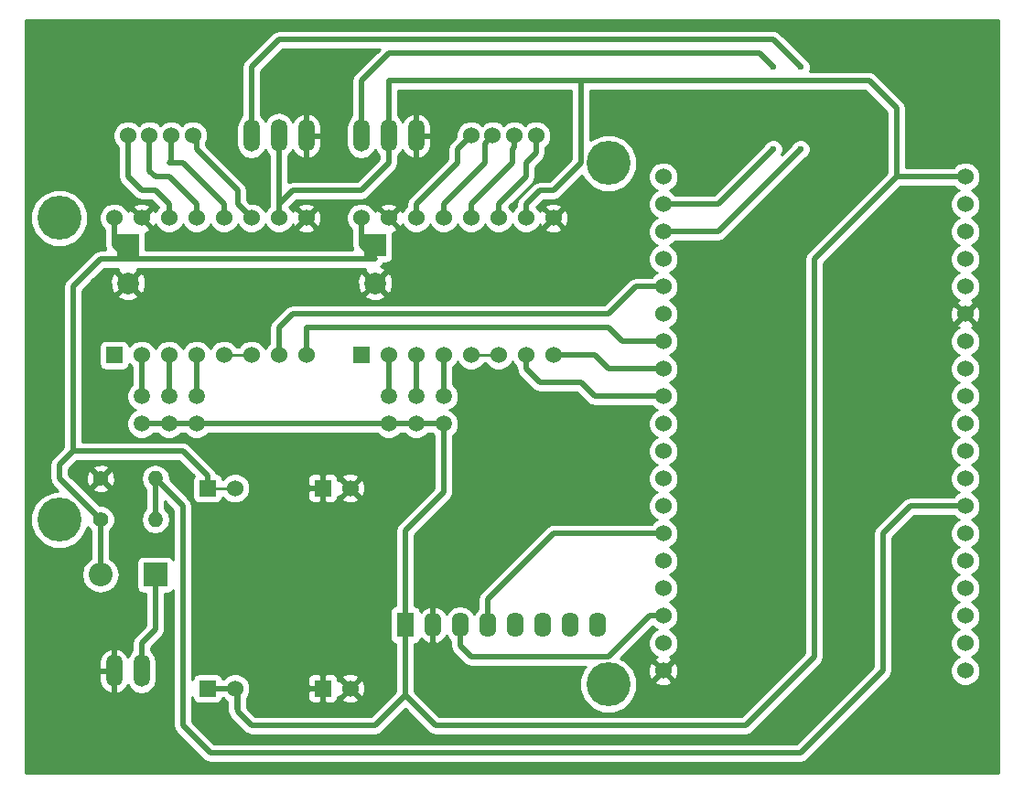
<source format=gbr>
G04 #@! TF.FileFunction,Copper,L1,Top,Signal*
%FSLAX46Y46*%
G04 Gerber Fmt 4.6, Leading zero omitted, Abs format (unit mm)*
G04 Created by KiCad (PCBNEW 4.0.6) date 01/23/18 11:03:34*
%MOMM*%
%LPD*%
G01*
G04 APERTURE LIST*
%ADD10C,0.100000*%
%ADD11C,4.064000*%
%ADD12R,1.524000X1.524000*%
%ADD13C,1.524000*%
%ADD14R,1.600000X2.300000*%
%ADD15O,1.600000X2.300000*%
%ADD16O,1.510000X3.010000*%
%ADD17C,1.400000*%
%ADD18O,1.400000X1.400000*%
%ADD19C,1.510000*%
%ADD20R,2.200000X2.200000*%
%ADD21O,2.200000X2.200000*%
%ADD22R,2.000000X2.000000*%
%ADD23C,2.000000*%
%ADD24C,0.600000*%
%ADD25C,0.500000*%
%ADD26C,0.250000*%
%ADD27C,0.254000*%
G04 APERTURE END LIST*
D10*
D11*
X118110000Y-110490000D03*
X118110000Y-138430000D03*
X168910000Y-153670000D03*
D12*
X146050000Y-123190000D03*
D13*
X148590000Y-123190000D03*
X151130000Y-123190000D03*
X153670000Y-123190000D03*
X156210000Y-123190000D03*
X158750000Y-123190000D03*
X161290000Y-123190000D03*
X163830000Y-123190000D03*
X163830000Y-110490000D03*
X161290000Y-110490000D03*
X158750000Y-110490000D03*
X156210000Y-110490000D03*
X153670000Y-110490000D03*
X151130000Y-110490000D03*
X148590000Y-110490000D03*
X146050000Y-110490000D03*
D12*
X123190000Y-123190000D03*
D13*
X125730000Y-123190000D03*
X128270000Y-123190000D03*
X130810000Y-123190000D03*
X133350000Y-123190000D03*
X135890000Y-123190000D03*
X138430000Y-123190000D03*
X140970000Y-123190000D03*
X140970000Y-110490000D03*
X138430000Y-110490000D03*
X135890000Y-110490000D03*
X133350000Y-110490000D03*
X130810000Y-110490000D03*
X128270000Y-110490000D03*
X125730000Y-110490000D03*
X123190000Y-110490000D03*
X145034000Y-135509000D03*
D12*
X131826000Y-135509000D03*
D13*
X145034000Y-154051000D03*
D12*
X131826000Y-154051000D03*
X142494000Y-154051000D03*
X142494000Y-135509000D03*
D13*
X134366000Y-135509000D03*
X134366000Y-154051000D03*
X201930000Y-106680000D03*
X201930000Y-109220000D03*
X201930000Y-111760000D03*
X201930000Y-114300000D03*
X201930000Y-116840000D03*
X201930000Y-119380000D03*
X201930000Y-121920000D03*
X201930000Y-124460000D03*
X201930000Y-127000000D03*
X201930000Y-129540000D03*
X201930000Y-132080000D03*
X201930000Y-134620000D03*
X201930000Y-137160000D03*
X201930000Y-139700000D03*
X201930000Y-142240000D03*
X201930000Y-144780000D03*
X201930000Y-147320000D03*
X201930000Y-149860000D03*
X201930000Y-152400000D03*
X173990000Y-152400000D03*
X173990000Y-149860000D03*
X173990000Y-147320000D03*
X173990000Y-144780000D03*
X173990000Y-142240000D03*
X173990000Y-139700000D03*
X173990000Y-137160000D03*
X173990000Y-134620000D03*
X173990000Y-132080000D03*
X173990000Y-129540000D03*
X173990000Y-127000000D03*
X173990000Y-124460000D03*
X173990000Y-121920000D03*
X173990000Y-119380000D03*
X173990000Y-116840000D03*
X173990000Y-114300000D03*
X173990000Y-111760000D03*
X173990000Y-109220000D03*
X173990000Y-106680000D03*
D14*
X150110000Y-148160000D03*
D15*
X152650000Y-148160000D03*
X155190000Y-148160000D03*
X157730000Y-148160000D03*
X160270000Y-148160000D03*
X162810000Y-148160000D03*
X165350000Y-148160000D03*
X167890000Y-148160000D03*
D16*
X125730000Y-152400000D03*
X123190000Y-152400000D03*
D17*
X121920000Y-138430000D03*
D18*
X127000000Y-138430000D03*
D17*
X121920000Y-134620000D03*
D18*
X127000000Y-134620000D03*
D13*
X156210000Y-102870000D03*
X158210000Y-102870000D03*
X160210000Y-102870000D03*
X162210000Y-102870000D03*
X124460000Y-102870000D03*
X126460000Y-102870000D03*
X128460000Y-102870000D03*
X130460000Y-102870000D03*
D19*
X148590000Y-127000000D03*
X148590000Y-129540000D03*
X151130000Y-127000000D03*
X151130000Y-129540000D03*
X153670000Y-127000000D03*
X153670000Y-129540000D03*
D16*
X146050000Y-102870000D03*
X148590000Y-102870000D03*
X151130000Y-102870000D03*
D19*
X125730000Y-127000000D03*
X125730000Y-129540000D03*
X128270000Y-127000000D03*
X128270000Y-129540000D03*
X130810000Y-127000000D03*
X130810000Y-129540000D03*
D16*
X135890000Y-102870000D03*
X138430000Y-102870000D03*
X140970000Y-102870000D03*
D20*
X127000000Y-143510000D03*
D21*
X121920000Y-143510000D03*
D22*
X147320000Y-113030000D03*
D23*
X147320000Y-116530000D03*
D22*
X124460000Y-113030000D03*
D23*
X124460000Y-116530000D03*
D11*
X168910000Y-105410000D03*
D24*
X184150000Y-96520000D03*
X184150000Y-104140000D03*
X186690000Y-96520000D03*
X186690000Y-104140000D03*
D25*
X148590000Y-127000000D02*
X148590000Y-123190000D01*
X151130000Y-127000000D02*
X151130000Y-123190000D01*
X153670000Y-127000000D02*
X153670000Y-123190000D01*
D26*
X158750000Y-123190000D02*
X156210000Y-123190000D01*
D25*
X161290000Y-123190000D02*
X161290000Y-124460000D01*
X167640000Y-127000000D02*
X173990000Y-127000000D01*
X166370000Y-125730000D02*
X167640000Y-127000000D01*
X162560000Y-125730000D02*
X166370000Y-125730000D01*
X161290000Y-124460000D02*
X162560000Y-125730000D01*
X163830000Y-123190000D02*
X167640000Y-123190000D01*
X168910000Y-124460000D02*
X173990000Y-124460000D01*
X167640000Y-123190000D02*
X168910000Y-124460000D01*
X158750000Y-110490000D02*
X158750000Y-109220000D01*
X162210000Y-104490000D02*
X162210000Y-102870000D01*
X161290000Y-105410000D02*
X162210000Y-104490000D01*
X161290000Y-106680000D02*
X161290000Y-105410000D01*
X158750000Y-109220000D02*
X161290000Y-106680000D01*
X156210000Y-110490000D02*
X156210000Y-109220000D01*
X160210000Y-103950000D02*
X160210000Y-102870000D01*
X160020000Y-104140000D02*
X160210000Y-103950000D01*
X160020000Y-105410000D02*
X160020000Y-104140000D01*
X158750000Y-106680000D02*
X160020000Y-105410000D01*
X156210000Y-109220000D02*
X158750000Y-106680000D01*
X153670000Y-110490000D02*
X153670000Y-109220000D01*
X157480000Y-103600000D02*
X158210000Y-102870000D01*
X157480000Y-105410000D02*
X157480000Y-103600000D01*
X156210000Y-106680000D02*
X157480000Y-105410000D01*
X153670000Y-109220000D02*
X156210000Y-106680000D01*
X151130000Y-110490000D02*
X151130000Y-109220000D01*
X154940000Y-104140000D02*
X156210000Y-102870000D01*
X154940000Y-105410000D02*
X154940000Y-104140000D01*
X151130000Y-109220000D02*
X154940000Y-105410000D01*
X125730000Y-127000000D02*
X125730000Y-123190000D01*
X128270000Y-127000000D02*
X128270000Y-123190000D01*
X130810000Y-127000000D02*
X130810000Y-123190000D01*
D26*
X135890000Y-123190000D02*
X133350000Y-123190000D01*
D25*
X138430000Y-123190000D02*
X138430000Y-120650000D01*
X171450000Y-116840000D02*
X173990000Y-116840000D01*
X168910000Y-119380000D02*
X171450000Y-116840000D01*
X139700000Y-119380000D02*
X168910000Y-119380000D01*
X138430000Y-120650000D02*
X139700000Y-119380000D01*
X140970000Y-123190000D02*
X140970000Y-120650000D01*
X170180000Y-121920000D02*
X173990000Y-121920000D01*
X168910000Y-120650000D02*
X170180000Y-121920000D01*
X140970000Y-120650000D02*
X168910000Y-120650000D01*
X135890000Y-110490000D02*
X134620000Y-109220000D01*
X130810000Y-104140000D02*
X130810000Y-103220000D01*
X132080000Y-105410000D02*
X130810000Y-104140000D01*
X134620000Y-107950000D02*
X132080000Y-105410000D01*
X134620000Y-109220000D02*
X134620000Y-107950000D01*
X130810000Y-103220000D02*
X130460000Y-102870000D01*
D26*
X130810000Y-103220000D02*
X130460000Y-102870000D01*
D25*
X133350000Y-110490000D02*
X133350000Y-109220000D01*
X128460000Y-105220000D02*
X128460000Y-102870000D01*
X128270000Y-105410000D02*
X128460000Y-105220000D01*
X129540000Y-105410000D02*
X128270000Y-105410000D01*
X130810000Y-106680000D02*
X129540000Y-105410000D01*
X133350000Y-109220000D02*
X130810000Y-106680000D01*
X130810000Y-110490000D02*
X130810000Y-109220000D01*
X126460000Y-106140000D02*
X126460000Y-102870000D01*
X127000000Y-106680000D02*
X126460000Y-106140000D01*
X128270000Y-106680000D02*
X127000000Y-106680000D01*
X130810000Y-109220000D02*
X128270000Y-106680000D01*
X128270000Y-110490000D02*
X128270000Y-109220000D01*
X124460000Y-106680000D02*
X124460000Y-102870000D01*
X125730000Y-107950000D02*
X124460000Y-106680000D01*
X127000000Y-107950000D02*
X125730000Y-107950000D01*
X128270000Y-109220000D02*
X127000000Y-107950000D01*
X125730000Y-152400000D02*
X125730000Y-149860000D01*
X125730000Y-149860000D02*
X127000000Y-148590000D01*
X127000000Y-148590000D02*
X127000000Y-143510000D01*
D26*
X127000000Y-148590000D02*
X127000000Y-143510000D01*
X125730000Y-149860000D02*
X127000000Y-148590000D01*
D25*
X201930000Y-137160000D02*
X196850000Y-137160000D01*
X129540000Y-137160000D02*
X127000000Y-134620000D01*
X129540000Y-157480000D02*
X129540000Y-137160000D01*
X132080000Y-160020000D02*
X129540000Y-157480000D01*
X186690000Y-160020000D02*
X132080000Y-160020000D01*
X194310000Y-152400000D02*
X186690000Y-160020000D01*
X194310000Y-139700000D02*
X194310000Y-152400000D01*
X196850000Y-137160000D02*
X194310000Y-139700000D01*
X127000000Y-135890000D02*
X127000000Y-134620000D01*
X127000000Y-134620000D02*
X127000000Y-138430000D01*
D26*
X127000000Y-138430000D02*
X127000000Y-135890000D01*
X127000000Y-135890000D02*
X127000000Y-134620000D01*
D25*
X172720000Y-147320000D02*
X173990000Y-147320000D01*
X168910000Y-151130000D02*
X172720000Y-147320000D01*
X156210000Y-151130000D02*
X168910000Y-151130000D01*
X155190000Y-150110000D02*
X156210000Y-151130000D01*
X155190000Y-148160000D02*
X155190000Y-150110000D01*
X163830000Y-139700000D02*
X173990000Y-139700000D01*
X157730000Y-145800000D02*
X163830000Y-139700000D01*
X157730000Y-148160000D02*
X157730000Y-145800000D01*
X173990000Y-109220000D02*
X179070000Y-109220000D01*
X146050000Y-97790000D02*
X146050000Y-102870000D01*
X148590000Y-95250000D02*
X146050000Y-97790000D01*
X182880000Y-95250000D02*
X148590000Y-95250000D01*
X184150000Y-96520000D02*
X182880000Y-95250000D01*
X179070000Y-109220000D02*
X184150000Y-104140000D01*
X173990000Y-111760000D02*
X179070000Y-111760000D01*
X135890000Y-96520000D02*
X135890000Y-102870000D01*
X138430000Y-93980000D02*
X135890000Y-96520000D01*
X184150000Y-93980000D02*
X138430000Y-93980000D01*
X186690000Y-96520000D02*
X184150000Y-93980000D01*
X179070000Y-111760000D02*
X186690000Y-104140000D01*
X151130000Y-129540000D02*
X153670000Y-129540000D01*
X148590000Y-129540000D02*
X151130000Y-129540000D01*
X128270000Y-129540000D02*
X130810000Y-129540000D01*
X125730000Y-129540000D02*
X128270000Y-129540000D01*
X195580000Y-106680000D02*
X195580000Y-100330000D01*
X193040000Y-97790000D02*
X166370000Y-97790000D01*
X195580000Y-100330000D02*
X193040000Y-97790000D01*
X161290000Y-110490000D02*
X161290000Y-109220000D01*
X161290000Y-109220000D02*
X162560000Y-107950000D01*
X162560000Y-107950000D02*
X163830000Y-107950000D01*
X163830000Y-107950000D02*
X166370000Y-105410000D01*
X166370000Y-105410000D02*
X166370000Y-97790000D01*
X166370000Y-97790000D02*
X148590000Y-97790000D01*
X138430000Y-110490000D02*
X138430000Y-109220000D01*
X138430000Y-109220000D02*
X139700000Y-107950000D01*
X148590000Y-105410000D02*
X148590000Y-102870000D01*
X146050000Y-107950000D02*
X148590000Y-105410000D01*
X139700000Y-107950000D02*
X146050000Y-107950000D01*
X138430000Y-110490000D02*
X138430000Y-102870000D01*
X148590000Y-102870000D02*
X148590000Y-97790000D01*
X201930000Y-106680000D02*
X195580000Y-106680000D01*
X148590000Y-97790000D02*
X148590000Y-97790000D01*
X148590000Y-129540000D02*
X130810000Y-129540000D01*
X150110000Y-148160000D02*
X150110000Y-139450000D01*
X150110000Y-139450000D02*
X153670000Y-135890000D01*
X153670000Y-135890000D02*
X153670000Y-129540000D01*
X152900000Y-157480000D02*
X150110000Y-154690000D01*
X181610000Y-157480000D02*
X152900000Y-157480000D01*
X187960000Y-151130000D02*
X181610000Y-157480000D01*
X187960000Y-114300000D02*
X187960000Y-151130000D01*
X195580000Y-106680000D02*
X187960000Y-114300000D01*
X150110000Y-154690000D02*
X150110000Y-148160000D01*
X150110000Y-148160000D02*
X150110000Y-154690000D01*
X150110000Y-154690000D02*
X147320000Y-157480000D01*
X147320000Y-157480000D02*
X135890000Y-157480000D01*
X135890000Y-157480000D02*
X134620000Y-156210000D01*
X134620000Y-156210000D02*
X134620000Y-154305000D01*
X134620000Y-154305000D02*
X134366000Y-154051000D01*
X134366000Y-154051000D02*
X131826000Y-154051000D01*
D26*
X134366000Y-154051000D02*
X131826000Y-154051000D01*
X134366000Y-154051000D02*
X134366000Y-155956000D01*
X147320000Y-157480000D02*
X150110000Y-154690000D01*
X135890000Y-157480000D02*
X147320000Y-157480000D01*
X134366000Y-155956000D02*
X135890000Y-157480000D01*
D25*
X119380000Y-116840000D02*
X121920000Y-114300000D01*
X121920000Y-114300000D02*
X124460000Y-114300000D01*
X119380000Y-132080000D02*
X119380000Y-116840000D01*
X118110000Y-133350000D02*
X119380000Y-132080000D01*
X119380000Y-132080000D02*
X129540000Y-132080000D01*
X118110000Y-133350000D02*
X119380000Y-132080000D01*
X118110000Y-134620000D02*
X118110000Y-133350000D01*
X129540000Y-132080000D02*
X131826000Y-134366000D01*
X118110000Y-134620000D02*
X118110000Y-133350000D01*
X124460000Y-114300000D02*
X147320000Y-114300000D01*
X147320000Y-114300000D02*
X146050000Y-113030000D01*
X146050000Y-113030000D02*
X146050000Y-110490000D01*
X121920000Y-138430000D02*
X118110000Y-134620000D01*
X123190000Y-110490000D02*
X123190000Y-113030000D01*
X123190000Y-113030000D02*
X124460000Y-114300000D01*
X131826000Y-134366000D02*
X131826000Y-135509000D01*
X121920000Y-143510000D02*
X121920000Y-138430000D01*
D26*
X131826000Y-135509000D02*
X134366000Y-135509000D01*
D27*
G36*
X205030000Y-161850000D02*
X115010000Y-161850000D01*
X115010000Y-152527000D01*
X121800000Y-152527000D01*
X121800000Y-153277000D01*
X121954408Y-153799263D01*
X122296924Y-154222681D01*
X122775403Y-154482793D01*
X122848029Y-154497277D01*
X123063000Y-154374683D01*
X123063000Y-152527000D01*
X121800000Y-152527000D01*
X115010000Y-152527000D01*
X115010000Y-151523000D01*
X121800000Y-151523000D01*
X121800000Y-152273000D01*
X123063000Y-152273000D01*
X123063000Y-150425317D01*
X122848029Y-150302723D01*
X122775403Y-150317207D01*
X122296924Y-150577319D01*
X121954408Y-151000737D01*
X121800000Y-151523000D01*
X115010000Y-151523000D01*
X115010000Y-138958172D01*
X115442538Y-138958172D01*
X115847709Y-139938761D01*
X116597293Y-140689655D01*
X117577173Y-141096536D01*
X118638172Y-141097462D01*
X119618761Y-140692291D01*
X120369655Y-139942707D01*
X120736012Y-139060420D01*
X120787582Y-139185229D01*
X121035000Y-139433079D01*
X121035000Y-142032054D01*
X120659179Y-142283170D01*
X120283078Y-142846044D01*
X120151009Y-143510000D01*
X120283078Y-144173956D01*
X120659179Y-144736830D01*
X121222053Y-145112931D01*
X121886009Y-145245000D01*
X121953991Y-145245000D01*
X122617947Y-145112931D01*
X123180821Y-144736830D01*
X123556922Y-144173956D01*
X123688991Y-143510000D01*
X123556922Y-142846044D01*
X123180821Y-142283170D01*
X122805000Y-142032054D01*
X122805000Y-139432873D01*
X123051098Y-139187204D01*
X123254768Y-138696713D01*
X123255231Y-138165617D01*
X123052418Y-137674771D01*
X122677204Y-137298902D01*
X122186713Y-137095232D01*
X121836506Y-137094927D01*
X120296855Y-135555275D01*
X121164331Y-135555275D01*
X121226169Y-135791042D01*
X121727122Y-135967419D01*
X122257440Y-135938664D01*
X122613831Y-135791042D01*
X122675669Y-135555275D01*
X121920000Y-134799605D01*
X121164331Y-135555275D01*
X120296855Y-135555275D01*
X119168702Y-134427122D01*
X120572581Y-134427122D01*
X120601336Y-134957440D01*
X120748958Y-135313831D01*
X120984725Y-135375669D01*
X121740395Y-134620000D01*
X122099605Y-134620000D01*
X122855275Y-135375669D01*
X123091042Y-135313831D01*
X123267419Y-134812878D01*
X123238664Y-134282560D01*
X123091042Y-133926169D01*
X122855275Y-133864331D01*
X122099605Y-134620000D01*
X121740395Y-134620000D01*
X120984725Y-133864331D01*
X120748958Y-133926169D01*
X120572581Y-134427122D01*
X119168702Y-134427122D01*
X118995000Y-134253420D01*
X118995000Y-133716580D01*
X119026854Y-133684725D01*
X121164331Y-133684725D01*
X121920000Y-134440395D01*
X122675669Y-133684725D01*
X122613831Y-133448958D01*
X122112878Y-133272581D01*
X121582560Y-133301336D01*
X121226169Y-133448958D01*
X121164331Y-133684725D01*
X119026854Y-133684725D01*
X119746579Y-132965000D01*
X129173420Y-132965000D01*
X130563350Y-134354929D01*
X130467569Y-134495110D01*
X130416560Y-134747000D01*
X130416560Y-136271000D01*
X130460838Y-136506317D01*
X130599910Y-136722441D01*
X130812110Y-136867431D01*
X131064000Y-136918440D01*
X132588000Y-136918440D01*
X132823317Y-136874162D01*
X133039441Y-136735090D01*
X133184431Y-136522890D01*
X133221492Y-136339876D01*
X133573630Y-136692629D01*
X134086900Y-136905757D01*
X134642661Y-136906242D01*
X135156303Y-136694010D01*
X135549629Y-136301370D01*
X135759995Y-135794750D01*
X141097000Y-135794750D01*
X141097000Y-136397309D01*
X141193673Y-136630698D01*
X141372301Y-136809327D01*
X141605690Y-136906000D01*
X142208250Y-136906000D01*
X142367000Y-136747250D01*
X142367000Y-135636000D01*
X141255750Y-135636000D01*
X141097000Y-135794750D01*
X135759995Y-135794750D01*
X135762757Y-135788100D01*
X135763242Y-135232339D01*
X135551010Y-134718697D01*
X135453175Y-134620691D01*
X141097000Y-134620691D01*
X141097000Y-135223250D01*
X141255750Y-135382000D01*
X142367000Y-135382000D01*
X142367000Y-134270750D01*
X142621000Y-134270750D01*
X142621000Y-135382000D01*
X142641000Y-135382000D01*
X142641000Y-135636000D01*
X142621000Y-135636000D01*
X142621000Y-136747250D01*
X142779750Y-136906000D01*
X143382310Y-136906000D01*
X143615699Y-136809327D01*
X143794327Y-136630698D01*
X143852932Y-136489213D01*
X144233392Y-136489213D01*
X144302857Y-136731397D01*
X144826302Y-136918144D01*
X145381368Y-136890362D01*
X145765143Y-136731397D01*
X145834608Y-136489213D01*
X145034000Y-135688605D01*
X144233392Y-136489213D01*
X143852932Y-136489213D01*
X143891000Y-136397309D01*
X143891000Y-136262916D01*
X144053787Y-136309608D01*
X144854395Y-135509000D01*
X145213605Y-135509000D01*
X146014213Y-136309608D01*
X146256397Y-136240143D01*
X146443144Y-135716698D01*
X146415362Y-135161632D01*
X146256397Y-134777857D01*
X146014213Y-134708392D01*
X145213605Y-135509000D01*
X144854395Y-135509000D01*
X144053787Y-134708392D01*
X143891000Y-134755084D01*
X143891000Y-134620691D01*
X143852933Y-134528787D01*
X144233392Y-134528787D01*
X145034000Y-135329395D01*
X145834608Y-134528787D01*
X145765143Y-134286603D01*
X145241698Y-134099856D01*
X144686632Y-134127638D01*
X144302857Y-134286603D01*
X144233392Y-134528787D01*
X143852933Y-134528787D01*
X143794327Y-134387302D01*
X143615699Y-134208673D01*
X143382310Y-134112000D01*
X142779750Y-134112000D01*
X142621000Y-134270750D01*
X142367000Y-134270750D01*
X142208250Y-134112000D01*
X141605690Y-134112000D01*
X141372301Y-134208673D01*
X141193673Y-134387302D01*
X141097000Y-134620691D01*
X135453175Y-134620691D01*
X135158370Y-134325371D01*
X134645100Y-134112243D01*
X134089339Y-134111758D01*
X133575697Y-134323990D01*
X133222237Y-134676833D01*
X133191162Y-134511683D01*
X133052090Y-134295559D01*
X132839890Y-134150569D01*
X132660940Y-134114331D01*
X132643633Y-134027325D01*
X132621506Y-133994210D01*
X132451790Y-133740210D01*
X132451787Y-133740208D01*
X130165790Y-131454210D01*
X129919577Y-131289697D01*
X129878675Y-131262367D01*
X129822484Y-131251190D01*
X129540000Y-131194999D01*
X129539995Y-131195000D01*
X120265000Y-131195000D01*
X120265000Y-122428000D01*
X121780560Y-122428000D01*
X121780560Y-123952000D01*
X121824838Y-124187317D01*
X121963910Y-124403441D01*
X122176110Y-124548431D01*
X122428000Y-124599440D01*
X123952000Y-124599440D01*
X124187317Y-124555162D01*
X124403441Y-124416090D01*
X124548431Y-124203890D01*
X124585492Y-124020876D01*
X124845000Y-124280837D01*
X124845000Y-125919413D01*
X124552302Y-126211600D01*
X124340242Y-126722299D01*
X124339759Y-127275275D01*
X124550928Y-127786343D01*
X124941600Y-128177698D01*
X125163804Y-128269965D01*
X124943657Y-128360928D01*
X124552302Y-128751600D01*
X124340242Y-129262299D01*
X124339759Y-129815275D01*
X124550928Y-130326343D01*
X124941600Y-130717698D01*
X125452299Y-130929758D01*
X126005275Y-130930241D01*
X126516343Y-130719072D01*
X126810929Y-130425000D01*
X127189413Y-130425000D01*
X127481600Y-130717698D01*
X127992299Y-130929758D01*
X128545275Y-130930241D01*
X129056343Y-130719072D01*
X129350929Y-130425000D01*
X129729413Y-130425000D01*
X130021600Y-130717698D01*
X130532299Y-130929758D01*
X131085275Y-130930241D01*
X131596343Y-130719072D01*
X131890929Y-130425000D01*
X147509413Y-130425000D01*
X147801600Y-130717698D01*
X148312299Y-130929758D01*
X148865275Y-130930241D01*
X149376343Y-130719072D01*
X149670929Y-130425000D01*
X150049413Y-130425000D01*
X150341600Y-130717698D01*
X150852299Y-130929758D01*
X151405275Y-130930241D01*
X151916343Y-130719072D01*
X152210929Y-130425000D01*
X152589413Y-130425000D01*
X152785000Y-130620929D01*
X152785000Y-135523421D01*
X149484210Y-138824210D01*
X149292367Y-139111325D01*
X149292367Y-139111326D01*
X149224999Y-139450000D01*
X149225000Y-139450005D01*
X149225000Y-146378554D01*
X149074683Y-146406838D01*
X148858559Y-146545910D01*
X148713569Y-146758110D01*
X148662560Y-147010000D01*
X148662560Y-149310000D01*
X148706838Y-149545317D01*
X148845910Y-149761441D01*
X149058110Y-149906431D01*
X149225000Y-149940227D01*
X149225000Y-154323421D01*
X146953420Y-156595000D01*
X136256579Y-156595000D01*
X135505000Y-155843420D01*
X135505000Y-154887921D01*
X135549629Y-154843370D01*
X135759995Y-154336750D01*
X141097000Y-154336750D01*
X141097000Y-154939309D01*
X141193673Y-155172698D01*
X141372301Y-155351327D01*
X141605690Y-155448000D01*
X142208250Y-155448000D01*
X142367000Y-155289250D01*
X142367000Y-154178000D01*
X141255750Y-154178000D01*
X141097000Y-154336750D01*
X135759995Y-154336750D01*
X135762757Y-154330100D01*
X135763242Y-153774339D01*
X135551010Y-153260697D01*
X135453175Y-153162691D01*
X141097000Y-153162691D01*
X141097000Y-153765250D01*
X141255750Y-153924000D01*
X142367000Y-153924000D01*
X142367000Y-152812750D01*
X142621000Y-152812750D01*
X142621000Y-153924000D01*
X142641000Y-153924000D01*
X142641000Y-154178000D01*
X142621000Y-154178000D01*
X142621000Y-155289250D01*
X142779750Y-155448000D01*
X143382310Y-155448000D01*
X143615699Y-155351327D01*
X143794327Y-155172698D01*
X143852932Y-155031213D01*
X144233392Y-155031213D01*
X144302857Y-155273397D01*
X144826302Y-155460144D01*
X145381368Y-155432362D01*
X145765143Y-155273397D01*
X145834608Y-155031213D01*
X145034000Y-154230605D01*
X144233392Y-155031213D01*
X143852932Y-155031213D01*
X143891000Y-154939309D01*
X143891000Y-154804916D01*
X144053787Y-154851608D01*
X144854395Y-154051000D01*
X145213605Y-154051000D01*
X146014213Y-154851608D01*
X146256397Y-154782143D01*
X146443144Y-154258698D01*
X146415362Y-153703632D01*
X146256397Y-153319857D01*
X146014213Y-153250392D01*
X145213605Y-154051000D01*
X144854395Y-154051000D01*
X144053787Y-153250392D01*
X143891000Y-153297084D01*
X143891000Y-153162691D01*
X143852933Y-153070787D01*
X144233392Y-153070787D01*
X145034000Y-153871395D01*
X145834608Y-153070787D01*
X145765143Y-152828603D01*
X145241698Y-152641856D01*
X144686632Y-152669638D01*
X144302857Y-152828603D01*
X144233392Y-153070787D01*
X143852933Y-153070787D01*
X143794327Y-152929302D01*
X143615699Y-152750673D01*
X143382310Y-152654000D01*
X142779750Y-152654000D01*
X142621000Y-152812750D01*
X142367000Y-152812750D01*
X142208250Y-152654000D01*
X141605690Y-152654000D01*
X141372301Y-152750673D01*
X141193673Y-152929302D01*
X141097000Y-153162691D01*
X135453175Y-153162691D01*
X135158370Y-152867371D01*
X134645100Y-152654243D01*
X134089339Y-152653758D01*
X133575697Y-152865990D01*
X133275163Y-153166000D01*
X133212296Y-153166000D01*
X133191162Y-153053683D01*
X133052090Y-152837559D01*
X132839890Y-152692569D01*
X132588000Y-152641560D01*
X131064000Y-152641560D01*
X130828683Y-152685838D01*
X130612559Y-152824910D01*
X130467569Y-153037110D01*
X130425000Y-153247322D01*
X130425000Y-137160000D01*
X130357633Y-136821325D01*
X130165790Y-136534210D01*
X130165787Y-136534208D01*
X128342974Y-134711395D01*
X128361154Y-134620000D01*
X128259533Y-134109118D01*
X127970142Y-133676012D01*
X127537036Y-133386621D01*
X127026154Y-133285000D01*
X126973846Y-133285000D01*
X126462964Y-133386621D01*
X126029858Y-133676012D01*
X125740467Y-134109118D01*
X125638846Y-134620000D01*
X125740467Y-135130882D01*
X126029858Y-135563988D01*
X126115000Y-135620878D01*
X126115000Y-137429122D01*
X126029858Y-137486012D01*
X125740467Y-137919118D01*
X125638846Y-138430000D01*
X125740467Y-138940882D01*
X126029858Y-139373988D01*
X126462964Y-139663379D01*
X126973846Y-139765000D01*
X127026154Y-139765000D01*
X127537036Y-139663379D01*
X127970142Y-139373988D01*
X128259533Y-138940882D01*
X128361154Y-138430000D01*
X128259533Y-137919118D01*
X127970142Y-137486012D01*
X127885000Y-137429122D01*
X127885000Y-136756579D01*
X128655000Y-137526579D01*
X128655000Y-142099837D01*
X128564090Y-141958559D01*
X128351890Y-141813569D01*
X128100000Y-141762560D01*
X125900000Y-141762560D01*
X125664683Y-141806838D01*
X125448559Y-141945910D01*
X125303569Y-142158110D01*
X125252560Y-142410000D01*
X125252560Y-144610000D01*
X125296838Y-144845317D01*
X125435910Y-145061441D01*
X125648110Y-145206431D01*
X125900000Y-145257440D01*
X126115000Y-145257440D01*
X126115000Y-148223421D01*
X125104210Y-149234210D01*
X124912367Y-149521325D01*
X124912367Y-149521326D01*
X124844999Y-149860000D01*
X124845000Y-149860005D01*
X124845000Y-150559797D01*
X124747122Y-150625197D01*
X124447249Y-151073987D01*
X124425592Y-151000737D01*
X124083076Y-150577319D01*
X123604597Y-150317207D01*
X123531971Y-150302723D01*
X123317000Y-150425317D01*
X123317000Y-152273000D01*
X123337000Y-152273000D01*
X123337000Y-152527000D01*
X123317000Y-152527000D01*
X123317000Y-154374683D01*
X123531971Y-154497277D01*
X123604597Y-154482793D01*
X124083076Y-154222681D01*
X124425592Y-153799263D01*
X124447249Y-153726013D01*
X124747122Y-154174803D01*
X125198070Y-154476118D01*
X125730000Y-154581925D01*
X126261930Y-154476118D01*
X126712878Y-154174803D01*
X127014193Y-153723855D01*
X127120000Y-153191925D01*
X127120000Y-151608075D01*
X127014193Y-151076145D01*
X126712878Y-150625197D01*
X126615000Y-150559797D01*
X126615000Y-150226580D01*
X127625787Y-149215792D01*
X127625790Y-149215790D01*
X127817633Y-148928675D01*
X127859690Y-148717242D01*
X127885001Y-148590000D01*
X127885000Y-148589995D01*
X127885000Y-145257440D01*
X128100000Y-145257440D01*
X128335317Y-145213162D01*
X128551441Y-145074090D01*
X128655000Y-144922526D01*
X128655000Y-157479995D01*
X128654999Y-157480000D01*
X128711190Y-157762484D01*
X128722367Y-157818675D01*
X128855151Y-158017401D01*
X128914210Y-158105790D01*
X131454208Y-160645787D01*
X131454210Y-160645790D01*
X131741325Y-160837633D01*
X132080000Y-160905000D01*
X186689995Y-160905000D01*
X186690000Y-160905001D01*
X186972484Y-160848810D01*
X187028675Y-160837633D01*
X187315790Y-160645790D01*
X187315791Y-160645789D01*
X194935787Y-153025792D01*
X194935790Y-153025790D01*
X195127633Y-152738675D01*
X195195000Y-152400000D01*
X195195000Y-140066580D01*
X197216579Y-138045000D01*
X200839522Y-138045000D01*
X201137630Y-138343629D01*
X201345512Y-138429949D01*
X201139697Y-138514990D01*
X200746371Y-138907630D01*
X200533243Y-139420900D01*
X200532758Y-139976661D01*
X200744990Y-140490303D01*
X201137630Y-140883629D01*
X201345512Y-140969949D01*
X201139697Y-141054990D01*
X200746371Y-141447630D01*
X200533243Y-141960900D01*
X200532758Y-142516661D01*
X200744990Y-143030303D01*
X201137630Y-143423629D01*
X201345512Y-143509949D01*
X201139697Y-143594990D01*
X200746371Y-143987630D01*
X200533243Y-144500900D01*
X200532758Y-145056661D01*
X200744990Y-145570303D01*
X201137630Y-145963629D01*
X201345512Y-146049949D01*
X201139697Y-146134990D01*
X200746371Y-146527630D01*
X200533243Y-147040900D01*
X200532758Y-147596661D01*
X200744990Y-148110303D01*
X201137630Y-148503629D01*
X201345512Y-148589949D01*
X201139697Y-148674990D01*
X200746371Y-149067630D01*
X200533243Y-149580900D01*
X200532758Y-150136661D01*
X200744990Y-150650303D01*
X201137630Y-151043629D01*
X201345512Y-151129949D01*
X201139697Y-151214990D01*
X200746371Y-151607630D01*
X200533243Y-152120900D01*
X200532758Y-152676661D01*
X200744990Y-153190303D01*
X201137630Y-153583629D01*
X201650900Y-153796757D01*
X202206661Y-153797242D01*
X202720303Y-153585010D01*
X203113629Y-153192370D01*
X203326757Y-152679100D01*
X203327242Y-152123339D01*
X203115010Y-151609697D01*
X202722370Y-151216371D01*
X202514488Y-151130051D01*
X202720303Y-151045010D01*
X203113629Y-150652370D01*
X203326757Y-150139100D01*
X203327242Y-149583339D01*
X203115010Y-149069697D01*
X202722370Y-148676371D01*
X202514488Y-148590051D01*
X202720303Y-148505010D01*
X203113629Y-148112370D01*
X203326757Y-147599100D01*
X203327242Y-147043339D01*
X203115010Y-146529697D01*
X202722370Y-146136371D01*
X202514488Y-146050051D01*
X202720303Y-145965010D01*
X203113629Y-145572370D01*
X203326757Y-145059100D01*
X203327242Y-144503339D01*
X203115010Y-143989697D01*
X202722370Y-143596371D01*
X202514488Y-143510051D01*
X202720303Y-143425010D01*
X203113629Y-143032370D01*
X203326757Y-142519100D01*
X203327242Y-141963339D01*
X203115010Y-141449697D01*
X202722370Y-141056371D01*
X202514488Y-140970051D01*
X202720303Y-140885010D01*
X203113629Y-140492370D01*
X203326757Y-139979100D01*
X203327242Y-139423339D01*
X203115010Y-138909697D01*
X202722370Y-138516371D01*
X202514488Y-138430051D01*
X202720303Y-138345010D01*
X203113629Y-137952370D01*
X203326757Y-137439100D01*
X203327242Y-136883339D01*
X203115010Y-136369697D01*
X202722370Y-135976371D01*
X202514488Y-135890051D01*
X202720303Y-135805010D01*
X203113629Y-135412370D01*
X203326757Y-134899100D01*
X203327242Y-134343339D01*
X203115010Y-133829697D01*
X202722370Y-133436371D01*
X202514488Y-133350051D01*
X202720303Y-133265010D01*
X203113629Y-132872370D01*
X203326757Y-132359100D01*
X203327242Y-131803339D01*
X203115010Y-131289697D01*
X202722370Y-130896371D01*
X202514488Y-130810051D01*
X202720303Y-130725010D01*
X203113629Y-130332370D01*
X203326757Y-129819100D01*
X203327242Y-129263339D01*
X203115010Y-128749697D01*
X202722370Y-128356371D01*
X202514488Y-128270051D01*
X202720303Y-128185010D01*
X203113629Y-127792370D01*
X203326757Y-127279100D01*
X203327242Y-126723339D01*
X203115010Y-126209697D01*
X202722370Y-125816371D01*
X202514488Y-125730051D01*
X202720303Y-125645010D01*
X203113629Y-125252370D01*
X203326757Y-124739100D01*
X203327242Y-124183339D01*
X203115010Y-123669697D01*
X202722370Y-123276371D01*
X202514488Y-123190051D01*
X202720303Y-123105010D01*
X203113629Y-122712370D01*
X203326757Y-122199100D01*
X203327242Y-121643339D01*
X203115010Y-121129697D01*
X202722370Y-120736371D01*
X202530273Y-120656605D01*
X202661143Y-120602397D01*
X202730608Y-120360213D01*
X201930000Y-119559605D01*
X201129392Y-120360213D01*
X201198857Y-120602397D01*
X201339318Y-120652509D01*
X201139697Y-120734990D01*
X200746371Y-121127630D01*
X200533243Y-121640900D01*
X200532758Y-122196661D01*
X200744990Y-122710303D01*
X201137630Y-123103629D01*
X201345512Y-123189949D01*
X201139697Y-123274990D01*
X200746371Y-123667630D01*
X200533243Y-124180900D01*
X200532758Y-124736661D01*
X200744990Y-125250303D01*
X201137630Y-125643629D01*
X201345512Y-125729949D01*
X201139697Y-125814990D01*
X200746371Y-126207630D01*
X200533243Y-126720900D01*
X200532758Y-127276661D01*
X200744990Y-127790303D01*
X201137630Y-128183629D01*
X201345512Y-128269949D01*
X201139697Y-128354990D01*
X200746371Y-128747630D01*
X200533243Y-129260900D01*
X200532758Y-129816661D01*
X200744990Y-130330303D01*
X201137630Y-130723629D01*
X201345512Y-130809949D01*
X201139697Y-130894990D01*
X200746371Y-131287630D01*
X200533243Y-131800900D01*
X200532758Y-132356661D01*
X200744990Y-132870303D01*
X201137630Y-133263629D01*
X201345512Y-133349949D01*
X201139697Y-133434990D01*
X200746371Y-133827630D01*
X200533243Y-134340900D01*
X200532758Y-134896661D01*
X200744990Y-135410303D01*
X201137630Y-135803629D01*
X201345512Y-135889949D01*
X201139697Y-135974990D01*
X200839163Y-136275000D01*
X196850000Y-136275000D01*
X196511325Y-136342367D01*
X196224210Y-136534210D01*
X196224208Y-136534213D01*
X193684210Y-139074210D01*
X193492367Y-139361325D01*
X193492367Y-139361326D01*
X193424999Y-139700000D01*
X193425000Y-139700005D01*
X193425000Y-152033421D01*
X186323420Y-159135000D01*
X132446579Y-159135000D01*
X130425000Y-157113420D01*
X130425000Y-154857855D01*
X130460838Y-155048317D01*
X130599910Y-155264441D01*
X130812110Y-155409431D01*
X131064000Y-155460440D01*
X132588000Y-155460440D01*
X132823317Y-155416162D01*
X133039441Y-155277090D01*
X133184431Y-155064890D01*
X133210532Y-154936000D01*
X133275522Y-154936000D01*
X133573630Y-155234629D01*
X133606000Y-155248070D01*
X133606000Y-155956000D01*
X133663852Y-156246839D01*
X133775592Y-156414070D01*
X133791190Y-156492484D01*
X133802367Y-156548675D01*
X133916842Y-156720000D01*
X133994210Y-156835790D01*
X135264208Y-158105787D01*
X135264210Y-158105790D01*
X135465071Y-158240000D01*
X135551325Y-158297633D01*
X135890000Y-158365001D01*
X135890005Y-158365000D01*
X147319995Y-158365000D01*
X147320000Y-158365001D01*
X147602484Y-158308810D01*
X147658675Y-158297633D01*
X147945790Y-158105790D01*
X150110000Y-155941580D01*
X152274208Y-158105787D01*
X152274210Y-158105790D01*
X152561325Y-158297633D01*
X152617516Y-158308810D01*
X152900000Y-158365001D01*
X152900005Y-158365000D01*
X181609995Y-158365000D01*
X181610000Y-158365001D01*
X181892484Y-158308810D01*
X181948675Y-158297633D01*
X182235790Y-158105790D01*
X182235791Y-158105789D01*
X188585787Y-151755792D01*
X188585790Y-151755790D01*
X188777633Y-151468675D01*
X188777633Y-151468674D01*
X188845001Y-151130000D01*
X188845000Y-151129995D01*
X188845000Y-119172302D01*
X200520856Y-119172302D01*
X200548638Y-119727368D01*
X200707603Y-120111143D01*
X200949787Y-120180608D01*
X201750395Y-119380000D01*
X202109605Y-119380000D01*
X202910213Y-120180608D01*
X203152397Y-120111143D01*
X203339144Y-119587698D01*
X203311362Y-119032632D01*
X203152397Y-118648857D01*
X202910213Y-118579392D01*
X202109605Y-119380000D01*
X201750395Y-119380000D01*
X200949787Y-118579392D01*
X200707603Y-118648857D01*
X200520856Y-119172302D01*
X188845000Y-119172302D01*
X188845000Y-114666580D01*
X195946579Y-107565000D01*
X200839522Y-107565000D01*
X201137630Y-107863629D01*
X201345512Y-107949949D01*
X201139697Y-108034990D01*
X200746371Y-108427630D01*
X200533243Y-108940900D01*
X200532758Y-109496661D01*
X200744990Y-110010303D01*
X201137630Y-110403629D01*
X201345512Y-110489949D01*
X201139697Y-110574990D01*
X200746371Y-110967630D01*
X200533243Y-111480900D01*
X200532758Y-112036661D01*
X200744990Y-112550303D01*
X201137630Y-112943629D01*
X201345512Y-113029949D01*
X201139697Y-113114990D01*
X200746371Y-113507630D01*
X200533243Y-114020900D01*
X200532758Y-114576661D01*
X200744990Y-115090303D01*
X201137630Y-115483629D01*
X201345512Y-115569949D01*
X201139697Y-115654990D01*
X200746371Y-116047630D01*
X200533243Y-116560900D01*
X200532758Y-117116661D01*
X200744990Y-117630303D01*
X201137630Y-118023629D01*
X201329727Y-118103395D01*
X201198857Y-118157603D01*
X201129392Y-118399787D01*
X201930000Y-119200395D01*
X202730608Y-118399787D01*
X202661143Y-118157603D01*
X202520682Y-118107491D01*
X202720303Y-118025010D01*
X203113629Y-117632370D01*
X203326757Y-117119100D01*
X203327242Y-116563339D01*
X203115010Y-116049697D01*
X202722370Y-115656371D01*
X202514488Y-115570051D01*
X202720303Y-115485010D01*
X203113629Y-115092370D01*
X203326757Y-114579100D01*
X203327242Y-114023339D01*
X203115010Y-113509697D01*
X202722370Y-113116371D01*
X202514488Y-113030051D01*
X202720303Y-112945010D01*
X203113629Y-112552370D01*
X203326757Y-112039100D01*
X203327242Y-111483339D01*
X203115010Y-110969697D01*
X202722370Y-110576371D01*
X202514488Y-110490051D01*
X202720303Y-110405010D01*
X203113629Y-110012370D01*
X203326757Y-109499100D01*
X203327242Y-108943339D01*
X203115010Y-108429697D01*
X202722370Y-108036371D01*
X202514488Y-107950051D01*
X202720303Y-107865010D01*
X203113629Y-107472370D01*
X203326757Y-106959100D01*
X203327242Y-106403339D01*
X203115010Y-105889697D01*
X202722370Y-105496371D01*
X202209100Y-105283243D01*
X201653339Y-105282758D01*
X201139697Y-105494990D01*
X200839163Y-105795000D01*
X196465000Y-105795000D01*
X196465000Y-100330000D01*
X196397633Y-99991325D01*
X196205790Y-99704210D01*
X196205787Y-99704208D01*
X193665790Y-97164210D01*
X193638221Y-97145789D01*
X193378675Y-96972367D01*
X193322484Y-96961190D01*
X193040000Y-96904999D01*
X193039995Y-96905000D01*
X187542537Y-96905000D01*
X187624838Y-96706799D01*
X187625162Y-96334833D01*
X187483117Y-95991057D01*
X187220327Y-95727808D01*
X187099013Y-95677434D01*
X184775790Y-93354210D01*
X184488675Y-93162367D01*
X184432484Y-93151190D01*
X184150000Y-93094999D01*
X184149995Y-93095000D01*
X138430000Y-93095000D01*
X138091325Y-93162367D01*
X137804210Y-93354210D01*
X137804208Y-93354213D01*
X135264210Y-95894210D01*
X135072367Y-96181325D01*
X135072367Y-96181326D01*
X135004999Y-96520000D01*
X135005000Y-96520005D01*
X135005000Y-101029797D01*
X134907122Y-101095197D01*
X134605807Y-101546145D01*
X134500000Y-102078075D01*
X134500000Y-103661925D01*
X134605807Y-104193855D01*
X134907122Y-104644803D01*
X135358070Y-104946118D01*
X135890000Y-105051925D01*
X136421930Y-104946118D01*
X136872878Y-104644803D01*
X137160000Y-104215096D01*
X137447122Y-104644803D01*
X137545000Y-104710203D01*
X137545000Y-109219995D01*
X137544999Y-109220000D01*
X137545000Y-109220005D01*
X137545000Y-109399522D01*
X137246371Y-109697630D01*
X137160051Y-109905512D01*
X137075010Y-109699697D01*
X136682370Y-109306371D01*
X136169100Y-109093243D01*
X135744452Y-109092872D01*
X135505000Y-108853420D01*
X135505000Y-107950000D01*
X135437633Y-107611325D01*
X135245790Y-107324210D01*
X135245787Y-107324208D01*
X132705790Y-104784210D01*
X132705787Y-104784208D01*
X131695000Y-103773420D01*
X131695000Y-103538655D01*
X131856757Y-103149100D01*
X131857242Y-102593339D01*
X131645010Y-102079697D01*
X131252370Y-101686371D01*
X130739100Y-101473243D01*
X130183339Y-101472758D01*
X129669697Y-101684990D01*
X129459979Y-101894342D01*
X129252370Y-101686371D01*
X128739100Y-101473243D01*
X128183339Y-101472758D01*
X127669697Y-101684990D01*
X127459979Y-101894342D01*
X127252370Y-101686371D01*
X126739100Y-101473243D01*
X126183339Y-101472758D01*
X125669697Y-101684990D01*
X125459979Y-101894342D01*
X125252370Y-101686371D01*
X124739100Y-101473243D01*
X124183339Y-101472758D01*
X123669697Y-101684990D01*
X123276371Y-102077630D01*
X123063243Y-102590900D01*
X123062758Y-103146661D01*
X123274990Y-103660303D01*
X123575000Y-103960837D01*
X123575000Y-106679995D01*
X123574999Y-106680000D01*
X123622493Y-106918761D01*
X123642367Y-107018675D01*
X123834209Y-107305789D01*
X123834210Y-107305790D01*
X125104208Y-108575787D01*
X125104210Y-108575790D01*
X125391325Y-108767633D01*
X125730000Y-108835001D01*
X125730005Y-108835000D01*
X126633420Y-108835000D01*
X127291390Y-109492969D01*
X127086371Y-109697630D01*
X127006605Y-109889727D01*
X126952397Y-109758857D01*
X126710213Y-109689392D01*
X125909605Y-110490000D01*
X126710213Y-111290608D01*
X126952397Y-111221143D01*
X127002509Y-111080682D01*
X127084990Y-111280303D01*
X127477630Y-111673629D01*
X127990900Y-111886757D01*
X128546661Y-111887242D01*
X129060303Y-111675010D01*
X129453629Y-111282370D01*
X129539949Y-111074488D01*
X129624990Y-111280303D01*
X130017630Y-111673629D01*
X130530900Y-111886757D01*
X131086661Y-111887242D01*
X131600303Y-111675010D01*
X131993629Y-111282370D01*
X132079949Y-111074488D01*
X132164990Y-111280303D01*
X132557630Y-111673629D01*
X133070900Y-111886757D01*
X133626661Y-111887242D01*
X134140303Y-111675010D01*
X134533629Y-111282370D01*
X134619949Y-111074488D01*
X134704990Y-111280303D01*
X135097630Y-111673629D01*
X135610900Y-111886757D01*
X136166661Y-111887242D01*
X136680303Y-111675010D01*
X137073629Y-111282370D01*
X137159949Y-111074488D01*
X137244990Y-111280303D01*
X137637630Y-111673629D01*
X138150900Y-111886757D01*
X138706661Y-111887242D01*
X139220303Y-111675010D01*
X139425457Y-111470213D01*
X140169392Y-111470213D01*
X140238857Y-111712397D01*
X140762302Y-111899144D01*
X141317368Y-111871362D01*
X141701143Y-111712397D01*
X141770608Y-111470213D01*
X140970000Y-110669605D01*
X140169392Y-111470213D01*
X139425457Y-111470213D01*
X139613629Y-111282370D01*
X139693395Y-111090273D01*
X139747603Y-111221143D01*
X139989787Y-111290608D01*
X140790395Y-110490000D01*
X141149605Y-110490000D01*
X141950213Y-111290608D01*
X142192397Y-111221143D01*
X142379144Y-110697698D01*
X142351362Y-110142632D01*
X142192397Y-109758857D01*
X141950213Y-109689392D01*
X141149605Y-110490000D01*
X140790395Y-110490000D01*
X139989787Y-109689392D01*
X139747603Y-109758857D01*
X139697491Y-109899318D01*
X139615010Y-109699697D01*
X139425432Y-109509787D01*
X140169392Y-109509787D01*
X140970000Y-110310395D01*
X141770608Y-109509787D01*
X141701143Y-109267603D01*
X141177698Y-109080856D01*
X140622632Y-109108638D01*
X140238857Y-109267603D01*
X140169392Y-109509787D01*
X139425432Y-109509787D01*
X139408627Y-109492953D01*
X140066579Y-108835000D01*
X146049995Y-108835000D01*
X146050000Y-108835001D01*
X146332484Y-108778810D01*
X146388675Y-108767633D01*
X146675790Y-108575790D01*
X146675791Y-108575789D01*
X149215787Y-106035792D01*
X149215790Y-106035790D01*
X149407633Y-105748675D01*
X149475000Y-105410000D01*
X149475000Y-104710203D01*
X149572878Y-104644803D01*
X149872751Y-104196013D01*
X149894408Y-104269263D01*
X150236924Y-104692681D01*
X150715403Y-104952793D01*
X150788029Y-104967277D01*
X151003000Y-104844683D01*
X151003000Y-102997000D01*
X151257000Y-102997000D01*
X151257000Y-104844683D01*
X151471971Y-104967277D01*
X151544597Y-104952793D01*
X152023076Y-104692681D01*
X152365592Y-104269263D01*
X152520000Y-103747000D01*
X152520000Y-102997000D01*
X151257000Y-102997000D01*
X151003000Y-102997000D01*
X150983000Y-102997000D01*
X150983000Y-102743000D01*
X151003000Y-102743000D01*
X151003000Y-100895317D01*
X151257000Y-100895317D01*
X151257000Y-102743000D01*
X152520000Y-102743000D01*
X152520000Y-101993000D01*
X152365592Y-101470737D01*
X152023076Y-101047319D01*
X151544597Y-100787207D01*
X151471971Y-100772723D01*
X151257000Y-100895317D01*
X151003000Y-100895317D01*
X150788029Y-100772723D01*
X150715403Y-100787207D01*
X150236924Y-101047319D01*
X149894408Y-101470737D01*
X149872751Y-101543987D01*
X149572878Y-101095197D01*
X149475000Y-101029797D01*
X149475000Y-98675000D01*
X165485000Y-98675000D01*
X165485000Y-105043421D01*
X163463420Y-107065000D01*
X162560005Y-107065000D01*
X162560000Y-107064999D01*
X162221325Y-107132367D01*
X161934210Y-107324210D01*
X161934208Y-107324213D01*
X160664210Y-108594210D01*
X160472367Y-108881325D01*
X160472367Y-108881326D01*
X160404999Y-109220000D01*
X160405000Y-109220005D01*
X160405000Y-109399522D01*
X160106371Y-109697630D01*
X160020051Y-109905512D01*
X159935010Y-109699697D01*
X159728627Y-109492953D01*
X161915787Y-107305792D01*
X161915790Y-107305790D01*
X162107633Y-107018675D01*
X162175000Y-106680000D01*
X162175000Y-105776580D01*
X162835787Y-105115792D01*
X162835790Y-105115790D01*
X163027633Y-104828675D01*
X163095000Y-104490000D01*
X163095000Y-103960478D01*
X163393629Y-103662370D01*
X163606757Y-103149100D01*
X163607242Y-102593339D01*
X163395010Y-102079697D01*
X163002370Y-101686371D01*
X162489100Y-101473243D01*
X161933339Y-101472758D01*
X161419697Y-101684990D01*
X161209979Y-101894342D01*
X161002370Y-101686371D01*
X160489100Y-101473243D01*
X159933339Y-101472758D01*
X159419697Y-101684990D01*
X159209979Y-101894342D01*
X159002370Y-101686371D01*
X158489100Y-101473243D01*
X157933339Y-101472758D01*
X157419697Y-101684990D01*
X157209979Y-101894342D01*
X157002370Y-101686371D01*
X156489100Y-101473243D01*
X155933339Y-101472758D01*
X155419697Y-101684990D01*
X155026371Y-102077630D01*
X154813243Y-102590900D01*
X154812872Y-103015548D01*
X154314210Y-103514210D01*
X154122367Y-103801325D01*
X154122367Y-103801326D01*
X154054999Y-104140000D01*
X154055000Y-104140005D01*
X154055000Y-105043421D01*
X150504210Y-108594210D01*
X150312367Y-108881325D01*
X150312367Y-108881326D01*
X150244999Y-109220000D01*
X150245000Y-109220005D01*
X150245000Y-109399522D01*
X149946371Y-109697630D01*
X149866605Y-109889727D01*
X149812397Y-109758857D01*
X149570213Y-109689392D01*
X148769605Y-110490000D01*
X149570213Y-111290608D01*
X149812397Y-111221143D01*
X149862509Y-111080682D01*
X149944990Y-111280303D01*
X150337630Y-111673629D01*
X150850900Y-111886757D01*
X151406661Y-111887242D01*
X151920303Y-111675010D01*
X152313629Y-111282370D01*
X152399949Y-111074488D01*
X152484990Y-111280303D01*
X152877630Y-111673629D01*
X153390900Y-111886757D01*
X153946661Y-111887242D01*
X154460303Y-111675010D01*
X154853629Y-111282370D01*
X154939949Y-111074488D01*
X155024990Y-111280303D01*
X155417630Y-111673629D01*
X155930900Y-111886757D01*
X156486661Y-111887242D01*
X157000303Y-111675010D01*
X157393629Y-111282370D01*
X157479949Y-111074488D01*
X157564990Y-111280303D01*
X157957630Y-111673629D01*
X158470900Y-111886757D01*
X159026661Y-111887242D01*
X159540303Y-111675010D01*
X159933629Y-111282370D01*
X160019949Y-111074488D01*
X160104990Y-111280303D01*
X160497630Y-111673629D01*
X161010900Y-111886757D01*
X161566661Y-111887242D01*
X162080303Y-111675010D01*
X162285457Y-111470213D01*
X163029392Y-111470213D01*
X163098857Y-111712397D01*
X163622302Y-111899144D01*
X164177368Y-111871362D01*
X164561143Y-111712397D01*
X164630608Y-111470213D01*
X163830000Y-110669605D01*
X163029392Y-111470213D01*
X162285457Y-111470213D01*
X162473629Y-111282370D01*
X162553395Y-111090273D01*
X162607603Y-111221143D01*
X162849787Y-111290608D01*
X163650395Y-110490000D01*
X164009605Y-110490000D01*
X164810213Y-111290608D01*
X165052397Y-111221143D01*
X165239144Y-110697698D01*
X165211362Y-110142632D01*
X165052397Y-109758857D01*
X164810213Y-109689392D01*
X164009605Y-110490000D01*
X163650395Y-110490000D01*
X162849787Y-109689392D01*
X162607603Y-109758857D01*
X162557491Y-109899318D01*
X162475010Y-109699697D01*
X162285432Y-109509787D01*
X163029392Y-109509787D01*
X163830000Y-110310395D01*
X164630608Y-109509787D01*
X164561143Y-109267603D01*
X164037698Y-109080856D01*
X163482632Y-109108638D01*
X163098857Y-109267603D01*
X163029392Y-109509787D01*
X162285432Y-109509787D01*
X162268627Y-109492953D01*
X162926579Y-108835000D01*
X163829995Y-108835000D01*
X163830000Y-108835001D01*
X164112484Y-108778810D01*
X164168675Y-108767633D01*
X164455790Y-108575790D01*
X166491317Y-106540263D01*
X166647709Y-106918761D01*
X167397293Y-107669655D01*
X168377173Y-108076536D01*
X169438172Y-108077462D01*
X170418761Y-107672291D01*
X171169655Y-106922707D01*
X171576536Y-105942827D01*
X171577462Y-104881828D01*
X171172291Y-103901239D01*
X170422707Y-103150345D01*
X169442827Y-102743464D01*
X168381828Y-102742538D01*
X167401239Y-103147709D01*
X167255000Y-103293693D01*
X167255000Y-98675000D01*
X192673420Y-98675000D01*
X194695000Y-100696579D01*
X194695000Y-106313421D01*
X187334210Y-113674210D01*
X187142367Y-113961325D01*
X187142367Y-113961326D01*
X187074999Y-114300000D01*
X187075000Y-114300005D01*
X187075000Y-150763421D01*
X181243420Y-156595000D01*
X153266579Y-156595000D01*
X150995000Y-154323420D01*
X150995000Y-149941446D01*
X151145317Y-149913162D01*
X151361441Y-149774090D01*
X151506431Y-149561890D01*
X151541906Y-149386709D01*
X151725104Y-149614500D01*
X152218181Y-149884367D01*
X152300961Y-149901904D01*
X152523000Y-149779915D01*
X152523000Y-148287000D01*
X152503000Y-148287000D01*
X152503000Y-148033000D01*
X152523000Y-148033000D01*
X152523000Y-146540085D01*
X152300961Y-146418096D01*
X152218181Y-146435633D01*
X151725104Y-146705500D01*
X151542798Y-146932182D01*
X151513162Y-146774683D01*
X151374090Y-146558559D01*
X151161890Y-146413569D01*
X150995000Y-146379773D01*
X150995000Y-139816580D01*
X154295787Y-136515792D01*
X154295790Y-136515790D01*
X154487633Y-136228675D01*
X154529690Y-136017242D01*
X154555001Y-135890000D01*
X154555000Y-135889995D01*
X154555000Y-130620587D01*
X154847698Y-130328400D01*
X155059758Y-129817701D01*
X155060241Y-129264725D01*
X154849072Y-128753657D01*
X154458400Y-128362302D01*
X154236196Y-128270035D01*
X154456343Y-128179072D01*
X154847698Y-127788400D01*
X155059758Y-127277701D01*
X155060241Y-126724725D01*
X154849072Y-126213657D01*
X154555000Y-125919071D01*
X154555000Y-124280478D01*
X154853629Y-123982370D01*
X154939949Y-123774488D01*
X155024990Y-123980303D01*
X155417630Y-124373629D01*
X155930900Y-124586757D01*
X156486661Y-124587242D01*
X157000303Y-124375010D01*
X157393629Y-123982370D01*
X157407070Y-123950000D01*
X157552469Y-123950000D01*
X157564990Y-123980303D01*
X157957630Y-124373629D01*
X158470900Y-124586757D01*
X159026661Y-124587242D01*
X159540303Y-124375010D01*
X159933629Y-123982370D01*
X160019949Y-123774488D01*
X160104990Y-123980303D01*
X160405000Y-124280837D01*
X160405000Y-124459995D01*
X160404999Y-124460000D01*
X160430310Y-124587242D01*
X160472367Y-124798675D01*
X160664209Y-125085789D01*
X160664210Y-125085790D01*
X161934208Y-126355787D01*
X161934210Y-126355790D01*
X162221325Y-126547633D01*
X162560000Y-126615001D01*
X162560005Y-126615000D01*
X166003420Y-126615000D01*
X167014208Y-127625787D01*
X167014210Y-127625790D01*
X167260423Y-127790303D01*
X167301325Y-127817633D01*
X167640000Y-127885001D01*
X167640005Y-127885000D01*
X172899522Y-127885000D01*
X173197630Y-128183629D01*
X173405512Y-128269949D01*
X173199697Y-128354990D01*
X172806371Y-128747630D01*
X172593243Y-129260900D01*
X172592758Y-129816661D01*
X172804990Y-130330303D01*
X173197630Y-130723629D01*
X173405512Y-130809949D01*
X173199697Y-130894990D01*
X172806371Y-131287630D01*
X172593243Y-131800900D01*
X172592758Y-132356661D01*
X172804990Y-132870303D01*
X173197630Y-133263629D01*
X173405512Y-133349949D01*
X173199697Y-133434990D01*
X172806371Y-133827630D01*
X172593243Y-134340900D01*
X172592758Y-134896661D01*
X172804990Y-135410303D01*
X173197630Y-135803629D01*
X173405512Y-135889949D01*
X173199697Y-135974990D01*
X172806371Y-136367630D01*
X172593243Y-136880900D01*
X172592758Y-137436661D01*
X172804990Y-137950303D01*
X173197630Y-138343629D01*
X173405512Y-138429949D01*
X173199697Y-138514990D01*
X172899163Y-138815000D01*
X163830005Y-138815000D01*
X163830000Y-138814999D01*
X163547516Y-138871190D01*
X163491325Y-138882367D01*
X163204210Y-139074210D01*
X163204208Y-139074213D01*
X157104210Y-145174210D01*
X156912367Y-145461325D01*
X156912367Y-145461326D01*
X156844999Y-145800000D01*
X156845000Y-145800005D01*
X156845000Y-146673670D01*
X156715302Y-146760332D01*
X156460000Y-147142418D01*
X156204698Y-146760332D01*
X155739151Y-146449263D01*
X155190000Y-146340030D01*
X154640849Y-146449263D01*
X154175302Y-146760332D01*
X153922851Y-147138151D01*
X153574896Y-146705500D01*
X153081819Y-146435633D01*
X152999039Y-146418096D01*
X152777000Y-146540085D01*
X152777000Y-148033000D01*
X152797000Y-148033000D01*
X152797000Y-148287000D01*
X152777000Y-148287000D01*
X152777000Y-149779915D01*
X152999039Y-149901904D01*
X153081819Y-149884367D01*
X153574896Y-149614500D01*
X153922851Y-149181849D01*
X154175302Y-149559668D01*
X154305000Y-149646330D01*
X154305000Y-150109995D01*
X154304999Y-150110000D01*
X154346216Y-150317207D01*
X154372367Y-150448675D01*
X154409475Y-150504211D01*
X154564210Y-150735790D01*
X155584208Y-151755787D01*
X155584210Y-151755790D01*
X155871325Y-151947633D01*
X155927516Y-151958810D01*
X156210000Y-152015001D01*
X156210005Y-152015000D01*
X166792887Y-152015000D01*
X166650345Y-152157293D01*
X166243464Y-153137173D01*
X166242538Y-154198172D01*
X166647709Y-155178761D01*
X167397293Y-155929655D01*
X168377173Y-156336536D01*
X169438172Y-156337462D01*
X170418761Y-155932291D01*
X171169655Y-155182707D01*
X171576536Y-154202827D01*
X171577253Y-153380213D01*
X173189392Y-153380213D01*
X173258857Y-153622397D01*
X173782302Y-153809144D01*
X174337368Y-153781362D01*
X174721143Y-153622397D01*
X174790608Y-153380213D01*
X173990000Y-152579605D01*
X173189392Y-153380213D01*
X171577253Y-153380213D01*
X171577462Y-153141828D01*
X171185126Y-152192302D01*
X172580856Y-152192302D01*
X172608638Y-152747368D01*
X172767603Y-153131143D01*
X173009787Y-153200608D01*
X173810395Y-152400000D01*
X174169605Y-152400000D01*
X174970213Y-153200608D01*
X175212397Y-153131143D01*
X175399144Y-152607698D01*
X175371362Y-152052632D01*
X175212397Y-151668857D01*
X174970213Y-151599392D01*
X174169605Y-152400000D01*
X173810395Y-152400000D01*
X173009787Y-151599392D01*
X172767603Y-151668857D01*
X172580856Y-152192302D01*
X171185126Y-152192302D01*
X171172291Y-152161239D01*
X170422707Y-151410345D01*
X170040105Y-151251475D01*
X172992969Y-148298610D01*
X173197630Y-148503629D01*
X173405512Y-148589949D01*
X173199697Y-148674990D01*
X172806371Y-149067630D01*
X172593243Y-149580900D01*
X172592758Y-150136661D01*
X172804990Y-150650303D01*
X173197630Y-151043629D01*
X173389727Y-151123395D01*
X173258857Y-151177603D01*
X173189392Y-151419787D01*
X173990000Y-152220395D01*
X174790608Y-151419787D01*
X174721143Y-151177603D01*
X174580682Y-151127491D01*
X174780303Y-151045010D01*
X175173629Y-150652370D01*
X175386757Y-150139100D01*
X175387242Y-149583339D01*
X175175010Y-149069697D01*
X174782370Y-148676371D01*
X174574488Y-148590051D01*
X174780303Y-148505010D01*
X175173629Y-148112370D01*
X175386757Y-147599100D01*
X175387242Y-147043339D01*
X175175010Y-146529697D01*
X174782370Y-146136371D01*
X174574488Y-146050051D01*
X174780303Y-145965010D01*
X175173629Y-145572370D01*
X175386757Y-145059100D01*
X175387242Y-144503339D01*
X175175010Y-143989697D01*
X174782370Y-143596371D01*
X174574488Y-143510051D01*
X174780303Y-143425010D01*
X175173629Y-143032370D01*
X175386757Y-142519100D01*
X175387242Y-141963339D01*
X175175010Y-141449697D01*
X174782370Y-141056371D01*
X174574488Y-140970051D01*
X174780303Y-140885010D01*
X175173629Y-140492370D01*
X175386757Y-139979100D01*
X175387242Y-139423339D01*
X175175010Y-138909697D01*
X174782370Y-138516371D01*
X174574488Y-138430051D01*
X174780303Y-138345010D01*
X175173629Y-137952370D01*
X175386757Y-137439100D01*
X175387242Y-136883339D01*
X175175010Y-136369697D01*
X174782370Y-135976371D01*
X174574488Y-135890051D01*
X174780303Y-135805010D01*
X175173629Y-135412370D01*
X175386757Y-134899100D01*
X175387242Y-134343339D01*
X175175010Y-133829697D01*
X174782370Y-133436371D01*
X174574488Y-133350051D01*
X174780303Y-133265010D01*
X175173629Y-132872370D01*
X175386757Y-132359100D01*
X175387242Y-131803339D01*
X175175010Y-131289697D01*
X174782370Y-130896371D01*
X174574488Y-130810051D01*
X174780303Y-130725010D01*
X175173629Y-130332370D01*
X175386757Y-129819100D01*
X175387242Y-129263339D01*
X175175010Y-128749697D01*
X174782370Y-128356371D01*
X174574488Y-128270051D01*
X174780303Y-128185010D01*
X175173629Y-127792370D01*
X175386757Y-127279100D01*
X175387242Y-126723339D01*
X175175010Y-126209697D01*
X174782370Y-125816371D01*
X174574488Y-125730051D01*
X174780303Y-125645010D01*
X175173629Y-125252370D01*
X175386757Y-124739100D01*
X175387242Y-124183339D01*
X175175010Y-123669697D01*
X174782370Y-123276371D01*
X174574488Y-123190051D01*
X174780303Y-123105010D01*
X175173629Y-122712370D01*
X175386757Y-122199100D01*
X175387242Y-121643339D01*
X175175010Y-121129697D01*
X174782370Y-120736371D01*
X174574488Y-120650051D01*
X174780303Y-120565010D01*
X175173629Y-120172370D01*
X175386757Y-119659100D01*
X175387242Y-119103339D01*
X175175010Y-118589697D01*
X174782370Y-118196371D01*
X174574488Y-118110051D01*
X174780303Y-118025010D01*
X175173629Y-117632370D01*
X175386757Y-117119100D01*
X175387242Y-116563339D01*
X175175010Y-116049697D01*
X174782370Y-115656371D01*
X174574488Y-115570051D01*
X174780303Y-115485010D01*
X175173629Y-115092370D01*
X175386757Y-114579100D01*
X175387242Y-114023339D01*
X175175010Y-113509697D01*
X174782370Y-113116371D01*
X174574488Y-113030051D01*
X174780303Y-112945010D01*
X175080837Y-112645000D01*
X179069995Y-112645000D01*
X179070000Y-112645001D01*
X179352484Y-112588810D01*
X179408675Y-112577633D01*
X179695790Y-112385790D01*
X187098834Y-104982745D01*
X187218943Y-104933117D01*
X187482192Y-104670327D01*
X187624838Y-104326799D01*
X187625162Y-103954833D01*
X187483117Y-103611057D01*
X187220327Y-103347808D01*
X186876799Y-103205162D01*
X186504833Y-103204838D01*
X186161057Y-103346883D01*
X185897808Y-103609673D01*
X185847434Y-103730987D01*
X184966405Y-104612016D01*
X185084838Y-104326799D01*
X185085162Y-103954833D01*
X184943117Y-103611057D01*
X184680327Y-103347808D01*
X184336799Y-103205162D01*
X183964833Y-103204838D01*
X183621057Y-103346883D01*
X183357808Y-103609673D01*
X183307434Y-103730987D01*
X178703420Y-108335000D01*
X175080478Y-108335000D01*
X174782370Y-108036371D01*
X174574488Y-107950051D01*
X174780303Y-107865010D01*
X175173629Y-107472370D01*
X175386757Y-106959100D01*
X175387242Y-106403339D01*
X175175010Y-105889697D01*
X174782370Y-105496371D01*
X174269100Y-105283243D01*
X173713339Y-105282758D01*
X173199697Y-105494990D01*
X172806371Y-105887630D01*
X172593243Y-106400900D01*
X172592758Y-106956661D01*
X172804990Y-107470303D01*
X173197630Y-107863629D01*
X173405512Y-107949949D01*
X173199697Y-108034990D01*
X172806371Y-108427630D01*
X172593243Y-108940900D01*
X172592758Y-109496661D01*
X172804990Y-110010303D01*
X173197630Y-110403629D01*
X173405512Y-110489949D01*
X173199697Y-110574990D01*
X172806371Y-110967630D01*
X172593243Y-111480900D01*
X172592758Y-112036661D01*
X172804990Y-112550303D01*
X173197630Y-112943629D01*
X173405512Y-113029949D01*
X173199697Y-113114990D01*
X172806371Y-113507630D01*
X172593243Y-114020900D01*
X172592758Y-114576661D01*
X172804990Y-115090303D01*
X173197630Y-115483629D01*
X173405512Y-115569949D01*
X173199697Y-115654990D01*
X172899163Y-115955000D01*
X171450000Y-115955000D01*
X171111325Y-116022367D01*
X170824210Y-116214210D01*
X170824208Y-116214213D01*
X168543420Y-118495000D01*
X139700005Y-118495000D01*
X139700000Y-118494999D01*
X139361325Y-118562367D01*
X139074210Y-118754210D01*
X139074208Y-118754213D01*
X137804210Y-120024210D01*
X137612367Y-120311325D01*
X137612367Y-120311326D01*
X137544999Y-120650000D01*
X137545000Y-120650005D01*
X137545000Y-122099522D01*
X137246371Y-122397630D01*
X137160051Y-122605512D01*
X137075010Y-122399697D01*
X136682370Y-122006371D01*
X136169100Y-121793243D01*
X135613339Y-121792758D01*
X135099697Y-122004990D01*
X134706371Y-122397630D01*
X134692930Y-122430000D01*
X134547531Y-122430000D01*
X134535010Y-122399697D01*
X134142370Y-122006371D01*
X133629100Y-121793243D01*
X133073339Y-121792758D01*
X132559697Y-122004990D01*
X132166371Y-122397630D01*
X132080051Y-122605512D01*
X131995010Y-122399697D01*
X131602370Y-122006371D01*
X131089100Y-121793243D01*
X130533339Y-121792758D01*
X130019697Y-122004990D01*
X129626371Y-122397630D01*
X129540051Y-122605512D01*
X129455010Y-122399697D01*
X129062370Y-122006371D01*
X128549100Y-121793243D01*
X127993339Y-121792758D01*
X127479697Y-122004990D01*
X127086371Y-122397630D01*
X127000051Y-122605512D01*
X126915010Y-122399697D01*
X126522370Y-122006371D01*
X126009100Y-121793243D01*
X125453339Y-121792758D01*
X124939697Y-122004990D01*
X124586237Y-122357833D01*
X124555162Y-122192683D01*
X124416090Y-121976559D01*
X124203890Y-121831569D01*
X123952000Y-121780560D01*
X122428000Y-121780560D01*
X122192683Y-121824838D01*
X121976559Y-121963910D01*
X121831569Y-122176110D01*
X121780560Y-122428000D01*
X120265000Y-122428000D01*
X120265000Y-117682532D01*
X123487073Y-117682532D01*
X123585736Y-117949387D01*
X124195461Y-118175908D01*
X124845460Y-118151856D01*
X125334264Y-117949387D01*
X125432927Y-117682532D01*
X146347073Y-117682532D01*
X146445736Y-117949387D01*
X147055461Y-118175908D01*
X147705460Y-118151856D01*
X148194264Y-117949387D01*
X148292927Y-117682532D01*
X147320000Y-116709605D01*
X146347073Y-117682532D01*
X125432927Y-117682532D01*
X124460000Y-116709605D01*
X123487073Y-117682532D01*
X120265000Y-117682532D01*
X120265000Y-117206580D01*
X121206118Y-116265461D01*
X122814092Y-116265461D01*
X122838144Y-116915460D01*
X123040613Y-117404264D01*
X123307468Y-117502927D01*
X124280395Y-116530000D01*
X124639605Y-116530000D01*
X125612532Y-117502927D01*
X125879387Y-117404264D01*
X126105908Y-116794539D01*
X126086331Y-116265461D01*
X145674092Y-116265461D01*
X145698144Y-116915460D01*
X145900613Y-117404264D01*
X146167468Y-117502927D01*
X147140395Y-116530000D01*
X147499605Y-116530000D01*
X148472532Y-117502927D01*
X148739387Y-117404264D01*
X148965908Y-116794539D01*
X148941856Y-116144540D01*
X148739387Y-115655736D01*
X148472532Y-115557073D01*
X147499605Y-116530000D01*
X147140395Y-116530000D01*
X146167468Y-115557073D01*
X145900613Y-115655736D01*
X145674092Y-116265461D01*
X126086331Y-116265461D01*
X126081856Y-116144540D01*
X125879387Y-115655736D01*
X125612532Y-115557073D01*
X124639605Y-116530000D01*
X124280395Y-116530000D01*
X123307468Y-115557073D01*
X123040613Y-115655736D01*
X122814092Y-116265461D01*
X121206118Y-116265461D01*
X122286579Y-115185000D01*
X123558233Y-115185000D01*
X123487073Y-115377468D01*
X124460000Y-116350395D01*
X125432927Y-115377468D01*
X125361767Y-115185000D01*
X146418233Y-115185000D01*
X146347073Y-115377468D01*
X147320000Y-116350395D01*
X148292927Y-115377468D01*
X148194264Y-115110613D01*
X147856810Y-114985244D01*
X147945790Y-114925790D01*
X148111731Y-114677440D01*
X148320000Y-114677440D01*
X148555317Y-114633162D01*
X148771441Y-114494090D01*
X148916431Y-114281890D01*
X148967440Y-114030000D01*
X148967440Y-112030000D01*
X148937574Y-111871277D01*
X149321143Y-111712397D01*
X149390608Y-111470213D01*
X148590000Y-110669605D01*
X148575858Y-110683748D01*
X148396253Y-110504143D01*
X148410395Y-110490000D01*
X147609787Y-109689392D01*
X147367603Y-109758857D01*
X147317491Y-109899318D01*
X147235010Y-109699697D01*
X147045432Y-109509787D01*
X147789392Y-109509787D01*
X148590000Y-110310395D01*
X149390608Y-109509787D01*
X149321143Y-109267603D01*
X148797698Y-109080856D01*
X148242632Y-109108638D01*
X147858857Y-109267603D01*
X147789392Y-109509787D01*
X147045432Y-109509787D01*
X146842370Y-109306371D01*
X146329100Y-109093243D01*
X145773339Y-109092758D01*
X145259697Y-109304990D01*
X144866371Y-109697630D01*
X144653243Y-110210900D01*
X144652758Y-110766661D01*
X144864990Y-111280303D01*
X145165000Y-111580837D01*
X145165000Y-113029995D01*
X145164999Y-113030000D01*
X145221190Y-113312484D01*
X145232367Y-113368675D01*
X145263320Y-113415000D01*
X126107440Y-113415000D01*
X126107440Y-112030000D01*
X126077574Y-111871277D01*
X126461143Y-111712397D01*
X126530608Y-111470213D01*
X125730000Y-110669605D01*
X125715858Y-110683748D01*
X125536253Y-110504143D01*
X125550395Y-110490000D01*
X124749787Y-109689392D01*
X124507603Y-109758857D01*
X124457491Y-109899318D01*
X124375010Y-109699697D01*
X124185432Y-109509787D01*
X124929392Y-109509787D01*
X125730000Y-110310395D01*
X126530608Y-109509787D01*
X126461143Y-109267603D01*
X125937698Y-109080856D01*
X125382632Y-109108638D01*
X124998857Y-109267603D01*
X124929392Y-109509787D01*
X124185432Y-109509787D01*
X123982370Y-109306371D01*
X123469100Y-109093243D01*
X122913339Y-109092758D01*
X122399697Y-109304990D01*
X122006371Y-109697630D01*
X121793243Y-110210900D01*
X121792758Y-110766661D01*
X122004990Y-111280303D01*
X122305000Y-111580837D01*
X122305000Y-113029995D01*
X122304999Y-113030000D01*
X122361190Y-113312484D01*
X122372367Y-113368675D01*
X122403320Y-113415000D01*
X121920000Y-113415000D01*
X121581325Y-113482367D01*
X121294210Y-113674210D01*
X121294208Y-113674213D01*
X118754210Y-116214210D01*
X118562367Y-116501325D01*
X118562367Y-116501326D01*
X118494999Y-116840000D01*
X118495000Y-116840005D01*
X118495000Y-131713421D01*
X117484210Y-132724210D01*
X117292367Y-133011325D01*
X117292367Y-133011326D01*
X117224999Y-133350000D01*
X117225000Y-133350005D01*
X117225000Y-134619995D01*
X117224999Y-134620000D01*
X117262167Y-134806852D01*
X117292367Y-134958675D01*
X117427978Y-135161632D01*
X117484210Y-135245790D01*
X118001324Y-135762904D01*
X117581828Y-135762538D01*
X116601239Y-136167709D01*
X115850345Y-136917293D01*
X115443464Y-137897173D01*
X115442538Y-138958172D01*
X115010000Y-138958172D01*
X115010000Y-111018172D01*
X115442538Y-111018172D01*
X115847709Y-111998761D01*
X116597293Y-112749655D01*
X117577173Y-113156536D01*
X118638172Y-113157462D01*
X119618761Y-112752291D01*
X120369655Y-112002707D01*
X120776536Y-111022827D01*
X120777462Y-109961828D01*
X120372291Y-108981239D01*
X119622707Y-108230345D01*
X118642827Y-107823464D01*
X117581828Y-107822538D01*
X116601239Y-108227709D01*
X115850345Y-108977293D01*
X115443464Y-109957173D01*
X115442538Y-111018172D01*
X115010000Y-111018172D01*
X115010000Y-92150000D01*
X205030000Y-92150000D01*
X205030000Y-161850000D01*
X205030000Y-161850000D01*
G37*
X205030000Y-161850000D02*
X115010000Y-161850000D01*
X115010000Y-152527000D01*
X121800000Y-152527000D01*
X121800000Y-153277000D01*
X121954408Y-153799263D01*
X122296924Y-154222681D01*
X122775403Y-154482793D01*
X122848029Y-154497277D01*
X123063000Y-154374683D01*
X123063000Y-152527000D01*
X121800000Y-152527000D01*
X115010000Y-152527000D01*
X115010000Y-151523000D01*
X121800000Y-151523000D01*
X121800000Y-152273000D01*
X123063000Y-152273000D01*
X123063000Y-150425317D01*
X122848029Y-150302723D01*
X122775403Y-150317207D01*
X122296924Y-150577319D01*
X121954408Y-151000737D01*
X121800000Y-151523000D01*
X115010000Y-151523000D01*
X115010000Y-138958172D01*
X115442538Y-138958172D01*
X115847709Y-139938761D01*
X116597293Y-140689655D01*
X117577173Y-141096536D01*
X118638172Y-141097462D01*
X119618761Y-140692291D01*
X120369655Y-139942707D01*
X120736012Y-139060420D01*
X120787582Y-139185229D01*
X121035000Y-139433079D01*
X121035000Y-142032054D01*
X120659179Y-142283170D01*
X120283078Y-142846044D01*
X120151009Y-143510000D01*
X120283078Y-144173956D01*
X120659179Y-144736830D01*
X121222053Y-145112931D01*
X121886009Y-145245000D01*
X121953991Y-145245000D01*
X122617947Y-145112931D01*
X123180821Y-144736830D01*
X123556922Y-144173956D01*
X123688991Y-143510000D01*
X123556922Y-142846044D01*
X123180821Y-142283170D01*
X122805000Y-142032054D01*
X122805000Y-139432873D01*
X123051098Y-139187204D01*
X123254768Y-138696713D01*
X123255231Y-138165617D01*
X123052418Y-137674771D01*
X122677204Y-137298902D01*
X122186713Y-137095232D01*
X121836506Y-137094927D01*
X120296855Y-135555275D01*
X121164331Y-135555275D01*
X121226169Y-135791042D01*
X121727122Y-135967419D01*
X122257440Y-135938664D01*
X122613831Y-135791042D01*
X122675669Y-135555275D01*
X121920000Y-134799605D01*
X121164331Y-135555275D01*
X120296855Y-135555275D01*
X119168702Y-134427122D01*
X120572581Y-134427122D01*
X120601336Y-134957440D01*
X120748958Y-135313831D01*
X120984725Y-135375669D01*
X121740395Y-134620000D01*
X122099605Y-134620000D01*
X122855275Y-135375669D01*
X123091042Y-135313831D01*
X123267419Y-134812878D01*
X123238664Y-134282560D01*
X123091042Y-133926169D01*
X122855275Y-133864331D01*
X122099605Y-134620000D01*
X121740395Y-134620000D01*
X120984725Y-133864331D01*
X120748958Y-133926169D01*
X120572581Y-134427122D01*
X119168702Y-134427122D01*
X118995000Y-134253420D01*
X118995000Y-133716580D01*
X119026854Y-133684725D01*
X121164331Y-133684725D01*
X121920000Y-134440395D01*
X122675669Y-133684725D01*
X122613831Y-133448958D01*
X122112878Y-133272581D01*
X121582560Y-133301336D01*
X121226169Y-133448958D01*
X121164331Y-133684725D01*
X119026854Y-133684725D01*
X119746579Y-132965000D01*
X129173420Y-132965000D01*
X130563350Y-134354929D01*
X130467569Y-134495110D01*
X130416560Y-134747000D01*
X130416560Y-136271000D01*
X130460838Y-136506317D01*
X130599910Y-136722441D01*
X130812110Y-136867431D01*
X131064000Y-136918440D01*
X132588000Y-136918440D01*
X132823317Y-136874162D01*
X133039441Y-136735090D01*
X133184431Y-136522890D01*
X133221492Y-136339876D01*
X133573630Y-136692629D01*
X134086900Y-136905757D01*
X134642661Y-136906242D01*
X135156303Y-136694010D01*
X135549629Y-136301370D01*
X135759995Y-135794750D01*
X141097000Y-135794750D01*
X141097000Y-136397309D01*
X141193673Y-136630698D01*
X141372301Y-136809327D01*
X141605690Y-136906000D01*
X142208250Y-136906000D01*
X142367000Y-136747250D01*
X142367000Y-135636000D01*
X141255750Y-135636000D01*
X141097000Y-135794750D01*
X135759995Y-135794750D01*
X135762757Y-135788100D01*
X135763242Y-135232339D01*
X135551010Y-134718697D01*
X135453175Y-134620691D01*
X141097000Y-134620691D01*
X141097000Y-135223250D01*
X141255750Y-135382000D01*
X142367000Y-135382000D01*
X142367000Y-134270750D01*
X142621000Y-134270750D01*
X142621000Y-135382000D01*
X142641000Y-135382000D01*
X142641000Y-135636000D01*
X142621000Y-135636000D01*
X142621000Y-136747250D01*
X142779750Y-136906000D01*
X143382310Y-136906000D01*
X143615699Y-136809327D01*
X143794327Y-136630698D01*
X143852932Y-136489213D01*
X144233392Y-136489213D01*
X144302857Y-136731397D01*
X144826302Y-136918144D01*
X145381368Y-136890362D01*
X145765143Y-136731397D01*
X145834608Y-136489213D01*
X145034000Y-135688605D01*
X144233392Y-136489213D01*
X143852932Y-136489213D01*
X143891000Y-136397309D01*
X143891000Y-136262916D01*
X144053787Y-136309608D01*
X144854395Y-135509000D01*
X145213605Y-135509000D01*
X146014213Y-136309608D01*
X146256397Y-136240143D01*
X146443144Y-135716698D01*
X146415362Y-135161632D01*
X146256397Y-134777857D01*
X146014213Y-134708392D01*
X145213605Y-135509000D01*
X144854395Y-135509000D01*
X144053787Y-134708392D01*
X143891000Y-134755084D01*
X143891000Y-134620691D01*
X143852933Y-134528787D01*
X144233392Y-134528787D01*
X145034000Y-135329395D01*
X145834608Y-134528787D01*
X145765143Y-134286603D01*
X145241698Y-134099856D01*
X144686632Y-134127638D01*
X144302857Y-134286603D01*
X144233392Y-134528787D01*
X143852933Y-134528787D01*
X143794327Y-134387302D01*
X143615699Y-134208673D01*
X143382310Y-134112000D01*
X142779750Y-134112000D01*
X142621000Y-134270750D01*
X142367000Y-134270750D01*
X142208250Y-134112000D01*
X141605690Y-134112000D01*
X141372301Y-134208673D01*
X141193673Y-134387302D01*
X141097000Y-134620691D01*
X135453175Y-134620691D01*
X135158370Y-134325371D01*
X134645100Y-134112243D01*
X134089339Y-134111758D01*
X133575697Y-134323990D01*
X133222237Y-134676833D01*
X133191162Y-134511683D01*
X133052090Y-134295559D01*
X132839890Y-134150569D01*
X132660940Y-134114331D01*
X132643633Y-134027325D01*
X132621506Y-133994210D01*
X132451790Y-133740210D01*
X132451787Y-133740208D01*
X130165790Y-131454210D01*
X129919577Y-131289697D01*
X129878675Y-131262367D01*
X129822484Y-131251190D01*
X129540000Y-131194999D01*
X129539995Y-131195000D01*
X120265000Y-131195000D01*
X120265000Y-122428000D01*
X121780560Y-122428000D01*
X121780560Y-123952000D01*
X121824838Y-124187317D01*
X121963910Y-124403441D01*
X122176110Y-124548431D01*
X122428000Y-124599440D01*
X123952000Y-124599440D01*
X124187317Y-124555162D01*
X124403441Y-124416090D01*
X124548431Y-124203890D01*
X124585492Y-124020876D01*
X124845000Y-124280837D01*
X124845000Y-125919413D01*
X124552302Y-126211600D01*
X124340242Y-126722299D01*
X124339759Y-127275275D01*
X124550928Y-127786343D01*
X124941600Y-128177698D01*
X125163804Y-128269965D01*
X124943657Y-128360928D01*
X124552302Y-128751600D01*
X124340242Y-129262299D01*
X124339759Y-129815275D01*
X124550928Y-130326343D01*
X124941600Y-130717698D01*
X125452299Y-130929758D01*
X126005275Y-130930241D01*
X126516343Y-130719072D01*
X126810929Y-130425000D01*
X127189413Y-130425000D01*
X127481600Y-130717698D01*
X127992299Y-130929758D01*
X128545275Y-130930241D01*
X129056343Y-130719072D01*
X129350929Y-130425000D01*
X129729413Y-130425000D01*
X130021600Y-130717698D01*
X130532299Y-130929758D01*
X131085275Y-130930241D01*
X131596343Y-130719072D01*
X131890929Y-130425000D01*
X147509413Y-130425000D01*
X147801600Y-130717698D01*
X148312299Y-130929758D01*
X148865275Y-130930241D01*
X149376343Y-130719072D01*
X149670929Y-130425000D01*
X150049413Y-130425000D01*
X150341600Y-130717698D01*
X150852299Y-130929758D01*
X151405275Y-130930241D01*
X151916343Y-130719072D01*
X152210929Y-130425000D01*
X152589413Y-130425000D01*
X152785000Y-130620929D01*
X152785000Y-135523421D01*
X149484210Y-138824210D01*
X149292367Y-139111325D01*
X149292367Y-139111326D01*
X149224999Y-139450000D01*
X149225000Y-139450005D01*
X149225000Y-146378554D01*
X149074683Y-146406838D01*
X148858559Y-146545910D01*
X148713569Y-146758110D01*
X148662560Y-147010000D01*
X148662560Y-149310000D01*
X148706838Y-149545317D01*
X148845910Y-149761441D01*
X149058110Y-149906431D01*
X149225000Y-149940227D01*
X149225000Y-154323421D01*
X146953420Y-156595000D01*
X136256579Y-156595000D01*
X135505000Y-155843420D01*
X135505000Y-154887921D01*
X135549629Y-154843370D01*
X135759995Y-154336750D01*
X141097000Y-154336750D01*
X141097000Y-154939309D01*
X141193673Y-155172698D01*
X141372301Y-155351327D01*
X141605690Y-155448000D01*
X142208250Y-155448000D01*
X142367000Y-155289250D01*
X142367000Y-154178000D01*
X141255750Y-154178000D01*
X141097000Y-154336750D01*
X135759995Y-154336750D01*
X135762757Y-154330100D01*
X135763242Y-153774339D01*
X135551010Y-153260697D01*
X135453175Y-153162691D01*
X141097000Y-153162691D01*
X141097000Y-153765250D01*
X141255750Y-153924000D01*
X142367000Y-153924000D01*
X142367000Y-152812750D01*
X142621000Y-152812750D01*
X142621000Y-153924000D01*
X142641000Y-153924000D01*
X142641000Y-154178000D01*
X142621000Y-154178000D01*
X142621000Y-155289250D01*
X142779750Y-155448000D01*
X143382310Y-155448000D01*
X143615699Y-155351327D01*
X143794327Y-155172698D01*
X143852932Y-155031213D01*
X144233392Y-155031213D01*
X144302857Y-155273397D01*
X144826302Y-155460144D01*
X145381368Y-155432362D01*
X145765143Y-155273397D01*
X145834608Y-155031213D01*
X145034000Y-154230605D01*
X144233392Y-155031213D01*
X143852932Y-155031213D01*
X143891000Y-154939309D01*
X143891000Y-154804916D01*
X144053787Y-154851608D01*
X144854395Y-154051000D01*
X145213605Y-154051000D01*
X146014213Y-154851608D01*
X146256397Y-154782143D01*
X146443144Y-154258698D01*
X146415362Y-153703632D01*
X146256397Y-153319857D01*
X146014213Y-153250392D01*
X145213605Y-154051000D01*
X144854395Y-154051000D01*
X144053787Y-153250392D01*
X143891000Y-153297084D01*
X143891000Y-153162691D01*
X143852933Y-153070787D01*
X144233392Y-153070787D01*
X145034000Y-153871395D01*
X145834608Y-153070787D01*
X145765143Y-152828603D01*
X145241698Y-152641856D01*
X144686632Y-152669638D01*
X144302857Y-152828603D01*
X144233392Y-153070787D01*
X143852933Y-153070787D01*
X143794327Y-152929302D01*
X143615699Y-152750673D01*
X143382310Y-152654000D01*
X142779750Y-152654000D01*
X142621000Y-152812750D01*
X142367000Y-152812750D01*
X142208250Y-152654000D01*
X141605690Y-152654000D01*
X141372301Y-152750673D01*
X141193673Y-152929302D01*
X141097000Y-153162691D01*
X135453175Y-153162691D01*
X135158370Y-152867371D01*
X134645100Y-152654243D01*
X134089339Y-152653758D01*
X133575697Y-152865990D01*
X133275163Y-153166000D01*
X133212296Y-153166000D01*
X133191162Y-153053683D01*
X133052090Y-152837559D01*
X132839890Y-152692569D01*
X132588000Y-152641560D01*
X131064000Y-152641560D01*
X130828683Y-152685838D01*
X130612559Y-152824910D01*
X130467569Y-153037110D01*
X130425000Y-153247322D01*
X130425000Y-137160000D01*
X130357633Y-136821325D01*
X130165790Y-136534210D01*
X130165787Y-136534208D01*
X128342974Y-134711395D01*
X128361154Y-134620000D01*
X128259533Y-134109118D01*
X127970142Y-133676012D01*
X127537036Y-133386621D01*
X127026154Y-133285000D01*
X126973846Y-133285000D01*
X126462964Y-133386621D01*
X126029858Y-133676012D01*
X125740467Y-134109118D01*
X125638846Y-134620000D01*
X125740467Y-135130882D01*
X126029858Y-135563988D01*
X126115000Y-135620878D01*
X126115000Y-137429122D01*
X126029858Y-137486012D01*
X125740467Y-137919118D01*
X125638846Y-138430000D01*
X125740467Y-138940882D01*
X126029858Y-139373988D01*
X126462964Y-139663379D01*
X126973846Y-139765000D01*
X127026154Y-139765000D01*
X127537036Y-139663379D01*
X127970142Y-139373988D01*
X128259533Y-138940882D01*
X128361154Y-138430000D01*
X128259533Y-137919118D01*
X127970142Y-137486012D01*
X127885000Y-137429122D01*
X127885000Y-136756579D01*
X128655000Y-137526579D01*
X128655000Y-142099837D01*
X128564090Y-141958559D01*
X128351890Y-141813569D01*
X128100000Y-141762560D01*
X125900000Y-141762560D01*
X125664683Y-141806838D01*
X125448559Y-141945910D01*
X125303569Y-142158110D01*
X125252560Y-142410000D01*
X125252560Y-144610000D01*
X125296838Y-144845317D01*
X125435910Y-145061441D01*
X125648110Y-145206431D01*
X125900000Y-145257440D01*
X126115000Y-145257440D01*
X126115000Y-148223421D01*
X125104210Y-149234210D01*
X124912367Y-149521325D01*
X124912367Y-149521326D01*
X124844999Y-149860000D01*
X124845000Y-149860005D01*
X124845000Y-150559797D01*
X124747122Y-150625197D01*
X124447249Y-151073987D01*
X124425592Y-151000737D01*
X124083076Y-150577319D01*
X123604597Y-150317207D01*
X123531971Y-150302723D01*
X123317000Y-150425317D01*
X123317000Y-152273000D01*
X123337000Y-152273000D01*
X123337000Y-152527000D01*
X123317000Y-152527000D01*
X123317000Y-154374683D01*
X123531971Y-154497277D01*
X123604597Y-154482793D01*
X124083076Y-154222681D01*
X124425592Y-153799263D01*
X124447249Y-153726013D01*
X124747122Y-154174803D01*
X125198070Y-154476118D01*
X125730000Y-154581925D01*
X126261930Y-154476118D01*
X126712878Y-154174803D01*
X127014193Y-153723855D01*
X127120000Y-153191925D01*
X127120000Y-151608075D01*
X127014193Y-151076145D01*
X126712878Y-150625197D01*
X126615000Y-150559797D01*
X126615000Y-150226580D01*
X127625787Y-149215792D01*
X127625790Y-149215790D01*
X127817633Y-148928675D01*
X127859690Y-148717242D01*
X127885001Y-148590000D01*
X127885000Y-148589995D01*
X127885000Y-145257440D01*
X128100000Y-145257440D01*
X128335317Y-145213162D01*
X128551441Y-145074090D01*
X128655000Y-144922526D01*
X128655000Y-157479995D01*
X128654999Y-157480000D01*
X128711190Y-157762484D01*
X128722367Y-157818675D01*
X128855151Y-158017401D01*
X128914210Y-158105790D01*
X131454208Y-160645787D01*
X131454210Y-160645790D01*
X131741325Y-160837633D01*
X132080000Y-160905000D01*
X186689995Y-160905000D01*
X186690000Y-160905001D01*
X186972484Y-160848810D01*
X187028675Y-160837633D01*
X187315790Y-160645790D01*
X187315791Y-160645789D01*
X194935787Y-153025792D01*
X194935790Y-153025790D01*
X195127633Y-152738675D01*
X195195000Y-152400000D01*
X195195000Y-140066580D01*
X197216579Y-138045000D01*
X200839522Y-138045000D01*
X201137630Y-138343629D01*
X201345512Y-138429949D01*
X201139697Y-138514990D01*
X200746371Y-138907630D01*
X200533243Y-139420900D01*
X200532758Y-139976661D01*
X200744990Y-140490303D01*
X201137630Y-140883629D01*
X201345512Y-140969949D01*
X201139697Y-141054990D01*
X200746371Y-141447630D01*
X200533243Y-141960900D01*
X200532758Y-142516661D01*
X200744990Y-143030303D01*
X201137630Y-143423629D01*
X201345512Y-143509949D01*
X201139697Y-143594990D01*
X200746371Y-143987630D01*
X200533243Y-144500900D01*
X200532758Y-145056661D01*
X200744990Y-145570303D01*
X201137630Y-145963629D01*
X201345512Y-146049949D01*
X201139697Y-146134990D01*
X200746371Y-146527630D01*
X200533243Y-147040900D01*
X200532758Y-147596661D01*
X200744990Y-148110303D01*
X201137630Y-148503629D01*
X201345512Y-148589949D01*
X201139697Y-148674990D01*
X200746371Y-149067630D01*
X200533243Y-149580900D01*
X200532758Y-150136661D01*
X200744990Y-150650303D01*
X201137630Y-151043629D01*
X201345512Y-151129949D01*
X201139697Y-151214990D01*
X200746371Y-151607630D01*
X200533243Y-152120900D01*
X200532758Y-152676661D01*
X200744990Y-153190303D01*
X201137630Y-153583629D01*
X201650900Y-153796757D01*
X202206661Y-153797242D01*
X202720303Y-153585010D01*
X203113629Y-153192370D01*
X203326757Y-152679100D01*
X203327242Y-152123339D01*
X203115010Y-151609697D01*
X202722370Y-151216371D01*
X202514488Y-151130051D01*
X202720303Y-151045010D01*
X203113629Y-150652370D01*
X203326757Y-150139100D01*
X203327242Y-149583339D01*
X203115010Y-149069697D01*
X202722370Y-148676371D01*
X202514488Y-148590051D01*
X202720303Y-148505010D01*
X203113629Y-148112370D01*
X203326757Y-147599100D01*
X203327242Y-147043339D01*
X203115010Y-146529697D01*
X202722370Y-146136371D01*
X202514488Y-146050051D01*
X202720303Y-145965010D01*
X203113629Y-145572370D01*
X203326757Y-145059100D01*
X203327242Y-144503339D01*
X203115010Y-143989697D01*
X202722370Y-143596371D01*
X202514488Y-143510051D01*
X202720303Y-143425010D01*
X203113629Y-143032370D01*
X203326757Y-142519100D01*
X203327242Y-141963339D01*
X203115010Y-141449697D01*
X202722370Y-141056371D01*
X202514488Y-140970051D01*
X202720303Y-140885010D01*
X203113629Y-140492370D01*
X203326757Y-139979100D01*
X203327242Y-139423339D01*
X203115010Y-138909697D01*
X202722370Y-138516371D01*
X202514488Y-138430051D01*
X202720303Y-138345010D01*
X203113629Y-137952370D01*
X203326757Y-137439100D01*
X203327242Y-136883339D01*
X203115010Y-136369697D01*
X202722370Y-135976371D01*
X202514488Y-135890051D01*
X202720303Y-135805010D01*
X203113629Y-135412370D01*
X203326757Y-134899100D01*
X203327242Y-134343339D01*
X203115010Y-133829697D01*
X202722370Y-133436371D01*
X202514488Y-133350051D01*
X202720303Y-133265010D01*
X203113629Y-132872370D01*
X203326757Y-132359100D01*
X203327242Y-131803339D01*
X203115010Y-131289697D01*
X202722370Y-130896371D01*
X202514488Y-130810051D01*
X202720303Y-130725010D01*
X203113629Y-130332370D01*
X203326757Y-129819100D01*
X203327242Y-129263339D01*
X203115010Y-128749697D01*
X202722370Y-128356371D01*
X202514488Y-128270051D01*
X202720303Y-128185010D01*
X203113629Y-127792370D01*
X203326757Y-127279100D01*
X203327242Y-126723339D01*
X203115010Y-126209697D01*
X202722370Y-125816371D01*
X202514488Y-125730051D01*
X202720303Y-125645010D01*
X203113629Y-125252370D01*
X203326757Y-124739100D01*
X203327242Y-124183339D01*
X203115010Y-123669697D01*
X202722370Y-123276371D01*
X202514488Y-123190051D01*
X202720303Y-123105010D01*
X203113629Y-122712370D01*
X203326757Y-122199100D01*
X203327242Y-121643339D01*
X203115010Y-121129697D01*
X202722370Y-120736371D01*
X202530273Y-120656605D01*
X202661143Y-120602397D01*
X202730608Y-120360213D01*
X201930000Y-119559605D01*
X201129392Y-120360213D01*
X201198857Y-120602397D01*
X201339318Y-120652509D01*
X201139697Y-120734990D01*
X200746371Y-121127630D01*
X200533243Y-121640900D01*
X200532758Y-122196661D01*
X200744990Y-122710303D01*
X201137630Y-123103629D01*
X201345512Y-123189949D01*
X201139697Y-123274990D01*
X200746371Y-123667630D01*
X200533243Y-124180900D01*
X200532758Y-124736661D01*
X200744990Y-125250303D01*
X201137630Y-125643629D01*
X201345512Y-125729949D01*
X201139697Y-125814990D01*
X200746371Y-126207630D01*
X200533243Y-126720900D01*
X200532758Y-127276661D01*
X200744990Y-127790303D01*
X201137630Y-128183629D01*
X201345512Y-128269949D01*
X201139697Y-128354990D01*
X200746371Y-128747630D01*
X200533243Y-129260900D01*
X200532758Y-129816661D01*
X200744990Y-130330303D01*
X201137630Y-130723629D01*
X201345512Y-130809949D01*
X201139697Y-130894990D01*
X200746371Y-131287630D01*
X200533243Y-131800900D01*
X200532758Y-132356661D01*
X200744990Y-132870303D01*
X201137630Y-133263629D01*
X201345512Y-133349949D01*
X201139697Y-133434990D01*
X200746371Y-133827630D01*
X200533243Y-134340900D01*
X200532758Y-134896661D01*
X200744990Y-135410303D01*
X201137630Y-135803629D01*
X201345512Y-135889949D01*
X201139697Y-135974990D01*
X200839163Y-136275000D01*
X196850000Y-136275000D01*
X196511325Y-136342367D01*
X196224210Y-136534210D01*
X196224208Y-136534213D01*
X193684210Y-139074210D01*
X193492367Y-139361325D01*
X193492367Y-139361326D01*
X193424999Y-139700000D01*
X193425000Y-139700005D01*
X193425000Y-152033421D01*
X186323420Y-159135000D01*
X132446579Y-159135000D01*
X130425000Y-157113420D01*
X130425000Y-154857855D01*
X130460838Y-155048317D01*
X130599910Y-155264441D01*
X130812110Y-155409431D01*
X131064000Y-155460440D01*
X132588000Y-155460440D01*
X132823317Y-155416162D01*
X133039441Y-155277090D01*
X133184431Y-155064890D01*
X133210532Y-154936000D01*
X133275522Y-154936000D01*
X133573630Y-155234629D01*
X133606000Y-155248070D01*
X133606000Y-155956000D01*
X133663852Y-156246839D01*
X133775592Y-156414070D01*
X133791190Y-156492484D01*
X133802367Y-156548675D01*
X133916842Y-156720000D01*
X133994210Y-156835790D01*
X135264208Y-158105787D01*
X135264210Y-158105790D01*
X135465071Y-158240000D01*
X135551325Y-158297633D01*
X135890000Y-158365001D01*
X135890005Y-158365000D01*
X147319995Y-158365000D01*
X147320000Y-158365001D01*
X147602484Y-158308810D01*
X147658675Y-158297633D01*
X147945790Y-158105790D01*
X150110000Y-155941580D01*
X152274208Y-158105787D01*
X152274210Y-158105790D01*
X152561325Y-158297633D01*
X152617516Y-158308810D01*
X152900000Y-158365001D01*
X152900005Y-158365000D01*
X181609995Y-158365000D01*
X181610000Y-158365001D01*
X181892484Y-158308810D01*
X181948675Y-158297633D01*
X182235790Y-158105790D01*
X182235791Y-158105789D01*
X188585787Y-151755792D01*
X188585790Y-151755790D01*
X188777633Y-151468675D01*
X188777633Y-151468674D01*
X188845001Y-151130000D01*
X188845000Y-151129995D01*
X188845000Y-119172302D01*
X200520856Y-119172302D01*
X200548638Y-119727368D01*
X200707603Y-120111143D01*
X200949787Y-120180608D01*
X201750395Y-119380000D01*
X202109605Y-119380000D01*
X202910213Y-120180608D01*
X203152397Y-120111143D01*
X203339144Y-119587698D01*
X203311362Y-119032632D01*
X203152397Y-118648857D01*
X202910213Y-118579392D01*
X202109605Y-119380000D01*
X201750395Y-119380000D01*
X200949787Y-118579392D01*
X200707603Y-118648857D01*
X200520856Y-119172302D01*
X188845000Y-119172302D01*
X188845000Y-114666580D01*
X195946579Y-107565000D01*
X200839522Y-107565000D01*
X201137630Y-107863629D01*
X201345512Y-107949949D01*
X201139697Y-108034990D01*
X200746371Y-108427630D01*
X200533243Y-108940900D01*
X200532758Y-109496661D01*
X200744990Y-110010303D01*
X201137630Y-110403629D01*
X201345512Y-110489949D01*
X201139697Y-110574990D01*
X200746371Y-110967630D01*
X200533243Y-111480900D01*
X200532758Y-112036661D01*
X200744990Y-112550303D01*
X201137630Y-112943629D01*
X201345512Y-113029949D01*
X201139697Y-113114990D01*
X200746371Y-113507630D01*
X200533243Y-114020900D01*
X200532758Y-114576661D01*
X200744990Y-115090303D01*
X201137630Y-115483629D01*
X201345512Y-115569949D01*
X201139697Y-115654990D01*
X200746371Y-116047630D01*
X200533243Y-116560900D01*
X200532758Y-117116661D01*
X200744990Y-117630303D01*
X201137630Y-118023629D01*
X201329727Y-118103395D01*
X201198857Y-118157603D01*
X201129392Y-118399787D01*
X201930000Y-119200395D01*
X202730608Y-118399787D01*
X202661143Y-118157603D01*
X202520682Y-118107491D01*
X202720303Y-118025010D01*
X203113629Y-117632370D01*
X203326757Y-117119100D01*
X203327242Y-116563339D01*
X203115010Y-116049697D01*
X202722370Y-115656371D01*
X202514488Y-115570051D01*
X202720303Y-115485010D01*
X203113629Y-115092370D01*
X203326757Y-114579100D01*
X203327242Y-114023339D01*
X203115010Y-113509697D01*
X202722370Y-113116371D01*
X202514488Y-113030051D01*
X202720303Y-112945010D01*
X203113629Y-112552370D01*
X203326757Y-112039100D01*
X203327242Y-111483339D01*
X203115010Y-110969697D01*
X202722370Y-110576371D01*
X202514488Y-110490051D01*
X202720303Y-110405010D01*
X203113629Y-110012370D01*
X203326757Y-109499100D01*
X203327242Y-108943339D01*
X203115010Y-108429697D01*
X202722370Y-108036371D01*
X202514488Y-107950051D01*
X202720303Y-107865010D01*
X203113629Y-107472370D01*
X203326757Y-106959100D01*
X203327242Y-106403339D01*
X203115010Y-105889697D01*
X202722370Y-105496371D01*
X202209100Y-105283243D01*
X201653339Y-105282758D01*
X201139697Y-105494990D01*
X200839163Y-105795000D01*
X196465000Y-105795000D01*
X196465000Y-100330000D01*
X196397633Y-99991325D01*
X196205790Y-99704210D01*
X196205787Y-99704208D01*
X193665790Y-97164210D01*
X193638221Y-97145789D01*
X193378675Y-96972367D01*
X193322484Y-96961190D01*
X193040000Y-96904999D01*
X193039995Y-96905000D01*
X187542537Y-96905000D01*
X187624838Y-96706799D01*
X187625162Y-96334833D01*
X187483117Y-95991057D01*
X187220327Y-95727808D01*
X187099013Y-95677434D01*
X184775790Y-93354210D01*
X184488675Y-93162367D01*
X184432484Y-93151190D01*
X184150000Y-93094999D01*
X184149995Y-93095000D01*
X138430000Y-93095000D01*
X138091325Y-93162367D01*
X137804210Y-93354210D01*
X137804208Y-93354213D01*
X135264210Y-95894210D01*
X135072367Y-96181325D01*
X135072367Y-96181326D01*
X135004999Y-96520000D01*
X135005000Y-96520005D01*
X135005000Y-101029797D01*
X134907122Y-101095197D01*
X134605807Y-101546145D01*
X134500000Y-102078075D01*
X134500000Y-103661925D01*
X134605807Y-104193855D01*
X134907122Y-104644803D01*
X135358070Y-104946118D01*
X135890000Y-105051925D01*
X136421930Y-104946118D01*
X136872878Y-104644803D01*
X137160000Y-104215096D01*
X137447122Y-104644803D01*
X137545000Y-104710203D01*
X137545000Y-109219995D01*
X137544999Y-109220000D01*
X137545000Y-109220005D01*
X137545000Y-109399522D01*
X137246371Y-109697630D01*
X137160051Y-109905512D01*
X137075010Y-109699697D01*
X136682370Y-109306371D01*
X136169100Y-109093243D01*
X135744452Y-109092872D01*
X135505000Y-108853420D01*
X135505000Y-107950000D01*
X135437633Y-107611325D01*
X135245790Y-107324210D01*
X135245787Y-107324208D01*
X132705790Y-104784210D01*
X132705787Y-104784208D01*
X131695000Y-103773420D01*
X131695000Y-103538655D01*
X131856757Y-103149100D01*
X131857242Y-102593339D01*
X131645010Y-102079697D01*
X131252370Y-101686371D01*
X130739100Y-101473243D01*
X130183339Y-101472758D01*
X129669697Y-101684990D01*
X129459979Y-101894342D01*
X129252370Y-101686371D01*
X128739100Y-101473243D01*
X128183339Y-101472758D01*
X127669697Y-101684990D01*
X127459979Y-101894342D01*
X127252370Y-101686371D01*
X126739100Y-101473243D01*
X126183339Y-101472758D01*
X125669697Y-101684990D01*
X125459979Y-101894342D01*
X125252370Y-101686371D01*
X124739100Y-101473243D01*
X124183339Y-101472758D01*
X123669697Y-101684990D01*
X123276371Y-102077630D01*
X123063243Y-102590900D01*
X123062758Y-103146661D01*
X123274990Y-103660303D01*
X123575000Y-103960837D01*
X123575000Y-106679995D01*
X123574999Y-106680000D01*
X123622493Y-106918761D01*
X123642367Y-107018675D01*
X123834209Y-107305789D01*
X123834210Y-107305790D01*
X125104208Y-108575787D01*
X125104210Y-108575790D01*
X125391325Y-108767633D01*
X125730000Y-108835001D01*
X125730005Y-108835000D01*
X126633420Y-108835000D01*
X127291390Y-109492969D01*
X127086371Y-109697630D01*
X127006605Y-109889727D01*
X126952397Y-109758857D01*
X126710213Y-109689392D01*
X125909605Y-110490000D01*
X126710213Y-111290608D01*
X126952397Y-111221143D01*
X127002509Y-111080682D01*
X127084990Y-111280303D01*
X127477630Y-111673629D01*
X127990900Y-111886757D01*
X128546661Y-111887242D01*
X129060303Y-111675010D01*
X129453629Y-111282370D01*
X129539949Y-111074488D01*
X129624990Y-111280303D01*
X130017630Y-111673629D01*
X130530900Y-111886757D01*
X131086661Y-111887242D01*
X131600303Y-111675010D01*
X131993629Y-111282370D01*
X132079949Y-111074488D01*
X132164990Y-111280303D01*
X132557630Y-111673629D01*
X133070900Y-111886757D01*
X133626661Y-111887242D01*
X134140303Y-111675010D01*
X134533629Y-111282370D01*
X134619949Y-111074488D01*
X134704990Y-111280303D01*
X135097630Y-111673629D01*
X135610900Y-111886757D01*
X136166661Y-111887242D01*
X136680303Y-111675010D01*
X137073629Y-111282370D01*
X137159949Y-111074488D01*
X137244990Y-111280303D01*
X137637630Y-111673629D01*
X138150900Y-111886757D01*
X138706661Y-111887242D01*
X139220303Y-111675010D01*
X139425457Y-111470213D01*
X140169392Y-111470213D01*
X140238857Y-111712397D01*
X140762302Y-111899144D01*
X141317368Y-111871362D01*
X141701143Y-111712397D01*
X141770608Y-111470213D01*
X140970000Y-110669605D01*
X140169392Y-111470213D01*
X139425457Y-111470213D01*
X139613629Y-111282370D01*
X139693395Y-111090273D01*
X139747603Y-111221143D01*
X139989787Y-111290608D01*
X140790395Y-110490000D01*
X141149605Y-110490000D01*
X141950213Y-111290608D01*
X142192397Y-111221143D01*
X142379144Y-110697698D01*
X142351362Y-110142632D01*
X142192397Y-109758857D01*
X141950213Y-109689392D01*
X141149605Y-110490000D01*
X140790395Y-110490000D01*
X139989787Y-109689392D01*
X139747603Y-109758857D01*
X139697491Y-109899318D01*
X139615010Y-109699697D01*
X139425432Y-109509787D01*
X140169392Y-109509787D01*
X140970000Y-110310395D01*
X141770608Y-109509787D01*
X141701143Y-109267603D01*
X141177698Y-109080856D01*
X140622632Y-109108638D01*
X140238857Y-109267603D01*
X140169392Y-109509787D01*
X139425432Y-109509787D01*
X139408627Y-109492953D01*
X140066579Y-108835000D01*
X146049995Y-108835000D01*
X146050000Y-108835001D01*
X146332484Y-108778810D01*
X146388675Y-108767633D01*
X146675790Y-108575790D01*
X146675791Y-108575789D01*
X149215787Y-106035792D01*
X149215790Y-106035790D01*
X149407633Y-105748675D01*
X149475000Y-105410000D01*
X149475000Y-104710203D01*
X149572878Y-104644803D01*
X149872751Y-104196013D01*
X149894408Y-104269263D01*
X150236924Y-104692681D01*
X150715403Y-104952793D01*
X150788029Y-104967277D01*
X151003000Y-104844683D01*
X151003000Y-102997000D01*
X151257000Y-102997000D01*
X151257000Y-104844683D01*
X151471971Y-104967277D01*
X151544597Y-104952793D01*
X152023076Y-104692681D01*
X152365592Y-104269263D01*
X152520000Y-103747000D01*
X152520000Y-102997000D01*
X151257000Y-102997000D01*
X151003000Y-102997000D01*
X150983000Y-102997000D01*
X150983000Y-102743000D01*
X151003000Y-102743000D01*
X151003000Y-100895317D01*
X151257000Y-100895317D01*
X151257000Y-102743000D01*
X152520000Y-102743000D01*
X152520000Y-101993000D01*
X152365592Y-101470737D01*
X152023076Y-101047319D01*
X151544597Y-100787207D01*
X151471971Y-100772723D01*
X151257000Y-100895317D01*
X151003000Y-100895317D01*
X150788029Y-100772723D01*
X150715403Y-100787207D01*
X150236924Y-101047319D01*
X149894408Y-101470737D01*
X149872751Y-101543987D01*
X149572878Y-101095197D01*
X149475000Y-101029797D01*
X149475000Y-98675000D01*
X165485000Y-98675000D01*
X165485000Y-105043421D01*
X163463420Y-107065000D01*
X162560005Y-107065000D01*
X162560000Y-107064999D01*
X162221325Y-107132367D01*
X161934210Y-107324210D01*
X161934208Y-107324213D01*
X160664210Y-108594210D01*
X160472367Y-108881325D01*
X160472367Y-108881326D01*
X160404999Y-109220000D01*
X160405000Y-109220005D01*
X160405000Y-109399522D01*
X160106371Y-109697630D01*
X160020051Y-109905512D01*
X159935010Y-109699697D01*
X159728627Y-109492953D01*
X161915787Y-107305792D01*
X161915790Y-107305790D01*
X162107633Y-107018675D01*
X162175000Y-106680000D01*
X162175000Y-105776580D01*
X162835787Y-105115792D01*
X162835790Y-105115790D01*
X163027633Y-104828675D01*
X163095000Y-104490000D01*
X163095000Y-103960478D01*
X163393629Y-103662370D01*
X163606757Y-103149100D01*
X163607242Y-102593339D01*
X163395010Y-102079697D01*
X163002370Y-101686371D01*
X162489100Y-101473243D01*
X161933339Y-101472758D01*
X161419697Y-101684990D01*
X161209979Y-101894342D01*
X161002370Y-101686371D01*
X160489100Y-101473243D01*
X159933339Y-101472758D01*
X159419697Y-101684990D01*
X159209979Y-101894342D01*
X159002370Y-101686371D01*
X158489100Y-101473243D01*
X157933339Y-101472758D01*
X157419697Y-101684990D01*
X157209979Y-101894342D01*
X157002370Y-101686371D01*
X156489100Y-101473243D01*
X155933339Y-101472758D01*
X155419697Y-101684990D01*
X155026371Y-102077630D01*
X154813243Y-102590900D01*
X154812872Y-103015548D01*
X154314210Y-103514210D01*
X154122367Y-103801325D01*
X154122367Y-103801326D01*
X154054999Y-104140000D01*
X154055000Y-104140005D01*
X154055000Y-105043421D01*
X150504210Y-108594210D01*
X150312367Y-108881325D01*
X150312367Y-108881326D01*
X150244999Y-109220000D01*
X150245000Y-109220005D01*
X150245000Y-109399522D01*
X149946371Y-109697630D01*
X149866605Y-109889727D01*
X149812397Y-109758857D01*
X149570213Y-109689392D01*
X148769605Y-110490000D01*
X149570213Y-111290608D01*
X149812397Y-111221143D01*
X149862509Y-111080682D01*
X149944990Y-111280303D01*
X150337630Y-111673629D01*
X150850900Y-111886757D01*
X151406661Y-111887242D01*
X151920303Y-111675010D01*
X152313629Y-111282370D01*
X152399949Y-111074488D01*
X152484990Y-111280303D01*
X152877630Y-111673629D01*
X153390900Y-111886757D01*
X153946661Y-111887242D01*
X154460303Y-111675010D01*
X154853629Y-111282370D01*
X154939949Y-111074488D01*
X155024990Y-111280303D01*
X155417630Y-111673629D01*
X155930900Y-111886757D01*
X156486661Y-111887242D01*
X157000303Y-111675010D01*
X157393629Y-111282370D01*
X157479949Y-111074488D01*
X157564990Y-111280303D01*
X157957630Y-111673629D01*
X158470900Y-111886757D01*
X159026661Y-111887242D01*
X159540303Y-111675010D01*
X159933629Y-111282370D01*
X160019949Y-111074488D01*
X160104990Y-111280303D01*
X160497630Y-111673629D01*
X161010900Y-111886757D01*
X161566661Y-111887242D01*
X162080303Y-111675010D01*
X162285457Y-111470213D01*
X163029392Y-111470213D01*
X163098857Y-111712397D01*
X163622302Y-111899144D01*
X164177368Y-111871362D01*
X164561143Y-111712397D01*
X164630608Y-111470213D01*
X163830000Y-110669605D01*
X163029392Y-111470213D01*
X162285457Y-111470213D01*
X162473629Y-111282370D01*
X162553395Y-111090273D01*
X162607603Y-111221143D01*
X162849787Y-111290608D01*
X163650395Y-110490000D01*
X164009605Y-110490000D01*
X164810213Y-111290608D01*
X165052397Y-111221143D01*
X165239144Y-110697698D01*
X165211362Y-110142632D01*
X165052397Y-109758857D01*
X164810213Y-109689392D01*
X164009605Y-110490000D01*
X163650395Y-110490000D01*
X162849787Y-109689392D01*
X162607603Y-109758857D01*
X162557491Y-109899318D01*
X162475010Y-109699697D01*
X162285432Y-109509787D01*
X163029392Y-109509787D01*
X163830000Y-110310395D01*
X164630608Y-109509787D01*
X164561143Y-109267603D01*
X164037698Y-109080856D01*
X163482632Y-109108638D01*
X163098857Y-109267603D01*
X163029392Y-109509787D01*
X162285432Y-109509787D01*
X162268627Y-109492953D01*
X162926579Y-108835000D01*
X163829995Y-108835000D01*
X163830000Y-108835001D01*
X164112484Y-108778810D01*
X164168675Y-108767633D01*
X164455790Y-108575790D01*
X166491317Y-106540263D01*
X166647709Y-106918761D01*
X167397293Y-107669655D01*
X168377173Y-108076536D01*
X169438172Y-108077462D01*
X170418761Y-107672291D01*
X171169655Y-106922707D01*
X171576536Y-105942827D01*
X171577462Y-104881828D01*
X171172291Y-103901239D01*
X170422707Y-103150345D01*
X169442827Y-102743464D01*
X168381828Y-102742538D01*
X167401239Y-103147709D01*
X167255000Y-103293693D01*
X167255000Y-98675000D01*
X192673420Y-98675000D01*
X194695000Y-100696579D01*
X194695000Y-106313421D01*
X187334210Y-113674210D01*
X187142367Y-113961325D01*
X187142367Y-113961326D01*
X187074999Y-114300000D01*
X187075000Y-114300005D01*
X187075000Y-150763421D01*
X181243420Y-156595000D01*
X153266579Y-156595000D01*
X150995000Y-154323420D01*
X150995000Y-149941446D01*
X151145317Y-149913162D01*
X151361441Y-149774090D01*
X151506431Y-149561890D01*
X151541906Y-149386709D01*
X151725104Y-149614500D01*
X152218181Y-149884367D01*
X152300961Y-149901904D01*
X152523000Y-149779915D01*
X152523000Y-148287000D01*
X152503000Y-148287000D01*
X152503000Y-148033000D01*
X152523000Y-148033000D01*
X152523000Y-146540085D01*
X152300961Y-146418096D01*
X152218181Y-146435633D01*
X151725104Y-146705500D01*
X151542798Y-146932182D01*
X151513162Y-146774683D01*
X151374090Y-146558559D01*
X151161890Y-146413569D01*
X150995000Y-146379773D01*
X150995000Y-139816580D01*
X154295787Y-136515792D01*
X154295790Y-136515790D01*
X154487633Y-136228675D01*
X154529690Y-136017242D01*
X154555001Y-135890000D01*
X154555000Y-135889995D01*
X154555000Y-130620587D01*
X154847698Y-130328400D01*
X155059758Y-129817701D01*
X155060241Y-129264725D01*
X154849072Y-128753657D01*
X154458400Y-128362302D01*
X154236196Y-128270035D01*
X154456343Y-128179072D01*
X154847698Y-127788400D01*
X155059758Y-127277701D01*
X155060241Y-126724725D01*
X154849072Y-126213657D01*
X154555000Y-125919071D01*
X154555000Y-124280478D01*
X154853629Y-123982370D01*
X154939949Y-123774488D01*
X155024990Y-123980303D01*
X155417630Y-124373629D01*
X155930900Y-124586757D01*
X156486661Y-124587242D01*
X157000303Y-124375010D01*
X157393629Y-123982370D01*
X157407070Y-123950000D01*
X157552469Y-123950000D01*
X157564990Y-123980303D01*
X157957630Y-124373629D01*
X158470900Y-124586757D01*
X159026661Y-124587242D01*
X159540303Y-124375010D01*
X159933629Y-123982370D01*
X160019949Y-123774488D01*
X160104990Y-123980303D01*
X160405000Y-124280837D01*
X160405000Y-124459995D01*
X160404999Y-124460000D01*
X160430310Y-124587242D01*
X160472367Y-124798675D01*
X160664209Y-125085789D01*
X160664210Y-125085790D01*
X161934208Y-126355787D01*
X161934210Y-126355790D01*
X162221325Y-126547633D01*
X162560000Y-126615001D01*
X162560005Y-126615000D01*
X166003420Y-126615000D01*
X167014208Y-127625787D01*
X167014210Y-127625790D01*
X167260423Y-127790303D01*
X167301325Y-127817633D01*
X167640000Y-127885001D01*
X167640005Y-127885000D01*
X172899522Y-127885000D01*
X173197630Y-128183629D01*
X173405512Y-128269949D01*
X173199697Y-128354990D01*
X172806371Y-128747630D01*
X172593243Y-129260900D01*
X172592758Y-129816661D01*
X172804990Y-130330303D01*
X173197630Y-130723629D01*
X173405512Y-130809949D01*
X173199697Y-130894990D01*
X172806371Y-131287630D01*
X172593243Y-131800900D01*
X172592758Y-132356661D01*
X172804990Y-132870303D01*
X173197630Y-133263629D01*
X173405512Y-133349949D01*
X173199697Y-133434990D01*
X172806371Y-133827630D01*
X172593243Y-134340900D01*
X172592758Y-134896661D01*
X172804990Y-135410303D01*
X173197630Y-135803629D01*
X173405512Y-135889949D01*
X173199697Y-135974990D01*
X172806371Y-136367630D01*
X172593243Y-136880900D01*
X172592758Y-137436661D01*
X172804990Y-137950303D01*
X173197630Y-138343629D01*
X173405512Y-138429949D01*
X173199697Y-138514990D01*
X172899163Y-138815000D01*
X163830005Y-138815000D01*
X163830000Y-138814999D01*
X163547516Y-138871190D01*
X163491325Y-138882367D01*
X163204210Y-139074210D01*
X163204208Y-139074213D01*
X157104210Y-145174210D01*
X156912367Y-145461325D01*
X156912367Y-145461326D01*
X156844999Y-145800000D01*
X156845000Y-145800005D01*
X156845000Y-146673670D01*
X156715302Y-146760332D01*
X156460000Y-147142418D01*
X156204698Y-146760332D01*
X155739151Y-146449263D01*
X155190000Y-146340030D01*
X154640849Y-146449263D01*
X154175302Y-146760332D01*
X153922851Y-147138151D01*
X153574896Y-146705500D01*
X153081819Y-146435633D01*
X152999039Y-146418096D01*
X152777000Y-146540085D01*
X152777000Y-148033000D01*
X152797000Y-148033000D01*
X152797000Y-148287000D01*
X152777000Y-148287000D01*
X152777000Y-149779915D01*
X152999039Y-149901904D01*
X153081819Y-149884367D01*
X153574896Y-149614500D01*
X153922851Y-149181849D01*
X154175302Y-149559668D01*
X154305000Y-149646330D01*
X154305000Y-150109995D01*
X154304999Y-150110000D01*
X154346216Y-150317207D01*
X154372367Y-150448675D01*
X154409475Y-150504211D01*
X154564210Y-150735790D01*
X155584208Y-151755787D01*
X155584210Y-151755790D01*
X155871325Y-151947633D01*
X155927516Y-151958810D01*
X156210000Y-152015001D01*
X156210005Y-152015000D01*
X166792887Y-152015000D01*
X166650345Y-152157293D01*
X166243464Y-153137173D01*
X166242538Y-154198172D01*
X166647709Y-155178761D01*
X167397293Y-155929655D01*
X168377173Y-156336536D01*
X169438172Y-156337462D01*
X170418761Y-155932291D01*
X171169655Y-155182707D01*
X171576536Y-154202827D01*
X171577253Y-153380213D01*
X173189392Y-153380213D01*
X173258857Y-153622397D01*
X173782302Y-153809144D01*
X174337368Y-153781362D01*
X174721143Y-153622397D01*
X174790608Y-153380213D01*
X173990000Y-152579605D01*
X173189392Y-153380213D01*
X171577253Y-153380213D01*
X171577462Y-153141828D01*
X171185126Y-152192302D01*
X172580856Y-152192302D01*
X172608638Y-152747368D01*
X172767603Y-153131143D01*
X173009787Y-153200608D01*
X173810395Y-152400000D01*
X174169605Y-152400000D01*
X174970213Y-153200608D01*
X175212397Y-153131143D01*
X175399144Y-152607698D01*
X175371362Y-152052632D01*
X175212397Y-151668857D01*
X174970213Y-151599392D01*
X174169605Y-152400000D01*
X173810395Y-152400000D01*
X173009787Y-151599392D01*
X172767603Y-151668857D01*
X172580856Y-152192302D01*
X171185126Y-152192302D01*
X171172291Y-152161239D01*
X170422707Y-151410345D01*
X170040105Y-151251475D01*
X172992969Y-148298610D01*
X173197630Y-148503629D01*
X173405512Y-148589949D01*
X173199697Y-148674990D01*
X172806371Y-149067630D01*
X172593243Y-149580900D01*
X172592758Y-150136661D01*
X172804990Y-150650303D01*
X173197630Y-151043629D01*
X173389727Y-151123395D01*
X173258857Y-151177603D01*
X173189392Y-151419787D01*
X173990000Y-152220395D01*
X174790608Y-151419787D01*
X174721143Y-151177603D01*
X174580682Y-151127491D01*
X174780303Y-151045010D01*
X175173629Y-150652370D01*
X175386757Y-150139100D01*
X175387242Y-149583339D01*
X175175010Y-149069697D01*
X174782370Y-148676371D01*
X174574488Y-148590051D01*
X174780303Y-148505010D01*
X175173629Y-148112370D01*
X175386757Y-147599100D01*
X175387242Y-147043339D01*
X175175010Y-146529697D01*
X174782370Y-146136371D01*
X174574488Y-146050051D01*
X174780303Y-145965010D01*
X175173629Y-145572370D01*
X175386757Y-145059100D01*
X175387242Y-144503339D01*
X175175010Y-143989697D01*
X174782370Y-143596371D01*
X174574488Y-143510051D01*
X174780303Y-143425010D01*
X175173629Y-143032370D01*
X175386757Y-142519100D01*
X175387242Y-141963339D01*
X175175010Y-141449697D01*
X174782370Y-141056371D01*
X174574488Y-140970051D01*
X174780303Y-140885010D01*
X175173629Y-140492370D01*
X175386757Y-139979100D01*
X175387242Y-139423339D01*
X175175010Y-138909697D01*
X174782370Y-138516371D01*
X174574488Y-138430051D01*
X174780303Y-138345010D01*
X175173629Y-137952370D01*
X175386757Y-137439100D01*
X175387242Y-136883339D01*
X175175010Y-136369697D01*
X174782370Y-135976371D01*
X174574488Y-135890051D01*
X174780303Y-135805010D01*
X175173629Y-135412370D01*
X175386757Y-134899100D01*
X175387242Y-134343339D01*
X175175010Y-133829697D01*
X174782370Y-133436371D01*
X174574488Y-133350051D01*
X174780303Y-133265010D01*
X175173629Y-132872370D01*
X175386757Y-132359100D01*
X175387242Y-131803339D01*
X175175010Y-131289697D01*
X174782370Y-130896371D01*
X174574488Y-130810051D01*
X174780303Y-130725010D01*
X175173629Y-130332370D01*
X175386757Y-129819100D01*
X175387242Y-129263339D01*
X175175010Y-128749697D01*
X174782370Y-128356371D01*
X174574488Y-128270051D01*
X174780303Y-128185010D01*
X175173629Y-127792370D01*
X175386757Y-127279100D01*
X175387242Y-126723339D01*
X175175010Y-126209697D01*
X174782370Y-125816371D01*
X174574488Y-125730051D01*
X174780303Y-125645010D01*
X175173629Y-125252370D01*
X175386757Y-124739100D01*
X175387242Y-124183339D01*
X175175010Y-123669697D01*
X174782370Y-123276371D01*
X174574488Y-123190051D01*
X174780303Y-123105010D01*
X175173629Y-122712370D01*
X175386757Y-122199100D01*
X175387242Y-121643339D01*
X175175010Y-121129697D01*
X174782370Y-120736371D01*
X174574488Y-120650051D01*
X174780303Y-120565010D01*
X175173629Y-120172370D01*
X175386757Y-119659100D01*
X175387242Y-119103339D01*
X175175010Y-118589697D01*
X174782370Y-118196371D01*
X174574488Y-118110051D01*
X174780303Y-118025010D01*
X175173629Y-117632370D01*
X175386757Y-117119100D01*
X175387242Y-116563339D01*
X175175010Y-116049697D01*
X174782370Y-115656371D01*
X174574488Y-115570051D01*
X174780303Y-115485010D01*
X175173629Y-115092370D01*
X175386757Y-114579100D01*
X175387242Y-114023339D01*
X175175010Y-113509697D01*
X174782370Y-113116371D01*
X174574488Y-113030051D01*
X174780303Y-112945010D01*
X175080837Y-112645000D01*
X179069995Y-112645000D01*
X179070000Y-112645001D01*
X179352484Y-112588810D01*
X179408675Y-112577633D01*
X179695790Y-112385790D01*
X187098834Y-104982745D01*
X187218943Y-104933117D01*
X187482192Y-104670327D01*
X187624838Y-104326799D01*
X187625162Y-103954833D01*
X187483117Y-103611057D01*
X187220327Y-103347808D01*
X186876799Y-103205162D01*
X186504833Y-103204838D01*
X186161057Y-103346883D01*
X185897808Y-103609673D01*
X185847434Y-103730987D01*
X184966405Y-104612016D01*
X185084838Y-104326799D01*
X185085162Y-103954833D01*
X184943117Y-103611057D01*
X184680327Y-103347808D01*
X184336799Y-103205162D01*
X183964833Y-103204838D01*
X183621057Y-103346883D01*
X183357808Y-103609673D01*
X183307434Y-103730987D01*
X178703420Y-108335000D01*
X175080478Y-108335000D01*
X174782370Y-108036371D01*
X174574488Y-107950051D01*
X174780303Y-107865010D01*
X175173629Y-107472370D01*
X175386757Y-106959100D01*
X175387242Y-106403339D01*
X175175010Y-105889697D01*
X174782370Y-105496371D01*
X174269100Y-105283243D01*
X173713339Y-105282758D01*
X173199697Y-105494990D01*
X172806371Y-105887630D01*
X172593243Y-106400900D01*
X172592758Y-106956661D01*
X172804990Y-107470303D01*
X173197630Y-107863629D01*
X173405512Y-107949949D01*
X173199697Y-108034990D01*
X172806371Y-108427630D01*
X172593243Y-108940900D01*
X172592758Y-109496661D01*
X172804990Y-110010303D01*
X173197630Y-110403629D01*
X173405512Y-110489949D01*
X173199697Y-110574990D01*
X172806371Y-110967630D01*
X172593243Y-111480900D01*
X172592758Y-112036661D01*
X172804990Y-112550303D01*
X173197630Y-112943629D01*
X173405512Y-113029949D01*
X173199697Y-113114990D01*
X172806371Y-113507630D01*
X172593243Y-114020900D01*
X172592758Y-114576661D01*
X172804990Y-115090303D01*
X173197630Y-115483629D01*
X173405512Y-115569949D01*
X173199697Y-115654990D01*
X172899163Y-115955000D01*
X171450000Y-115955000D01*
X171111325Y-116022367D01*
X170824210Y-116214210D01*
X170824208Y-116214213D01*
X168543420Y-118495000D01*
X139700005Y-118495000D01*
X139700000Y-118494999D01*
X139361325Y-118562367D01*
X139074210Y-118754210D01*
X139074208Y-118754213D01*
X137804210Y-120024210D01*
X137612367Y-120311325D01*
X137612367Y-120311326D01*
X137544999Y-120650000D01*
X137545000Y-120650005D01*
X137545000Y-122099522D01*
X137246371Y-122397630D01*
X137160051Y-122605512D01*
X137075010Y-122399697D01*
X136682370Y-122006371D01*
X136169100Y-121793243D01*
X135613339Y-121792758D01*
X135099697Y-122004990D01*
X134706371Y-122397630D01*
X134692930Y-122430000D01*
X134547531Y-122430000D01*
X134535010Y-122399697D01*
X134142370Y-122006371D01*
X133629100Y-121793243D01*
X133073339Y-121792758D01*
X132559697Y-122004990D01*
X132166371Y-122397630D01*
X132080051Y-122605512D01*
X131995010Y-122399697D01*
X131602370Y-122006371D01*
X131089100Y-121793243D01*
X130533339Y-121792758D01*
X130019697Y-122004990D01*
X129626371Y-122397630D01*
X129540051Y-122605512D01*
X129455010Y-122399697D01*
X129062370Y-122006371D01*
X128549100Y-121793243D01*
X127993339Y-121792758D01*
X127479697Y-122004990D01*
X127086371Y-122397630D01*
X127000051Y-122605512D01*
X126915010Y-122399697D01*
X126522370Y-122006371D01*
X126009100Y-121793243D01*
X125453339Y-121792758D01*
X124939697Y-122004990D01*
X124586237Y-122357833D01*
X124555162Y-122192683D01*
X124416090Y-121976559D01*
X124203890Y-121831569D01*
X123952000Y-121780560D01*
X122428000Y-121780560D01*
X122192683Y-121824838D01*
X121976559Y-121963910D01*
X121831569Y-122176110D01*
X121780560Y-122428000D01*
X120265000Y-122428000D01*
X120265000Y-117682532D01*
X123487073Y-117682532D01*
X123585736Y-117949387D01*
X124195461Y-118175908D01*
X124845460Y-118151856D01*
X125334264Y-117949387D01*
X125432927Y-117682532D01*
X146347073Y-117682532D01*
X146445736Y-117949387D01*
X147055461Y-118175908D01*
X147705460Y-118151856D01*
X148194264Y-117949387D01*
X148292927Y-117682532D01*
X147320000Y-116709605D01*
X146347073Y-117682532D01*
X125432927Y-117682532D01*
X124460000Y-116709605D01*
X123487073Y-117682532D01*
X120265000Y-117682532D01*
X120265000Y-117206580D01*
X121206118Y-116265461D01*
X122814092Y-116265461D01*
X122838144Y-116915460D01*
X123040613Y-117404264D01*
X123307468Y-117502927D01*
X124280395Y-116530000D01*
X124639605Y-116530000D01*
X125612532Y-117502927D01*
X125879387Y-117404264D01*
X126105908Y-116794539D01*
X126086331Y-116265461D01*
X145674092Y-116265461D01*
X145698144Y-116915460D01*
X145900613Y-117404264D01*
X146167468Y-117502927D01*
X147140395Y-116530000D01*
X147499605Y-116530000D01*
X148472532Y-117502927D01*
X148739387Y-117404264D01*
X148965908Y-116794539D01*
X148941856Y-116144540D01*
X148739387Y-115655736D01*
X148472532Y-115557073D01*
X147499605Y-116530000D01*
X147140395Y-116530000D01*
X146167468Y-115557073D01*
X145900613Y-115655736D01*
X145674092Y-116265461D01*
X126086331Y-116265461D01*
X126081856Y-116144540D01*
X125879387Y-115655736D01*
X125612532Y-115557073D01*
X124639605Y-116530000D01*
X124280395Y-116530000D01*
X123307468Y-115557073D01*
X123040613Y-115655736D01*
X122814092Y-116265461D01*
X121206118Y-116265461D01*
X122286579Y-115185000D01*
X123558233Y-115185000D01*
X123487073Y-115377468D01*
X124460000Y-116350395D01*
X125432927Y-115377468D01*
X125361767Y-115185000D01*
X146418233Y-115185000D01*
X146347073Y-115377468D01*
X147320000Y-116350395D01*
X148292927Y-115377468D01*
X148194264Y-115110613D01*
X147856810Y-114985244D01*
X147945790Y-114925790D01*
X148111731Y-114677440D01*
X148320000Y-114677440D01*
X148555317Y-114633162D01*
X148771441Y-114494090D01*
X148916431Y-114281890D01*
X148967440Y-114030000D01*
X148967440Y-112030000D01*
X148937574Y-111871277D01*
X149321143Y-111712397D01*
X149390608Y-111470213D01*
X148590000Y-110669605D01*
X148575858Y-110683748D01*
X148396253Y-110504143D01*
X148410395Y-110490000D01*
X147609787Y-109689392D01*
X147367603Y-109758857D01*
X147317491Y-109899318D01*
X147235010Y-109699697D01*
X147045432Y-109509787D01*
X147789392Y-109509787D01*
X148590000Y-110310395D01*
X149390608Y-109509787D01*
X149321143Y-109267603D01*
X148797698Y-109080856D01*
X148242632Y-109108638D01*
X147858857Y-109267603D01*
X147789392Y-109509787D01*
X147045432Y-109509787D01*
X146842370Y-109306371D01*
X146329100Y-109093243D01*
X145773339Y-109092758D01*
X145259697Y-109304990D01*
X144866371Y-109697630D01*
X144653243Y-110210900D01*
X144652758Y-110766661D01*
X144864990Y-111280303D01*
X145165000Y-111580837D01*
X145165000Y-113029995D01*
X145164999Y-113030000D01*
X145221190Y-113312484D01*
X145232367Y-113368675D01*
X145263320Y-113415000D01*
X126107440Y-113415000D01*
X126107440Y-112030000D01*
X126077574Y-111871277D01*
X126461143Y-111712397D01*
X126530608Y-111470213D01*
X125730000Y-110669605D01*
X125715858Y-110683748D01*
X125536253Y-110504143D01*
X125550395Y-110490000D01*
X124749787Y-109689392D01*
X124507603Y-109758857D01*
X124457491Y-109899318D01*
X124375010Y-109699697D01*
X124185432Y-109509787D01*
X124929392Y-109509787D01*
X125730000Y-110310395D01*
X126530608Y-109509787D01*
X126461143Y-109267603D01*
X125937698Y-109080856D01*
X125382632Y-109108638D01*
X124998857Y-109267603D01*
X124929392Y-109509787D01*
X124185432Y-109509787D01*
X123982370Y-109306371D01*
X123469100Y-109093243D01*
X122913339Y-109092758D01*
X122399697Y-109304990D01*
X122006371Y-109697630D01*
X121793243Y-110210900D01*
X121792758Y-110766661D01*
X122004990Y-111280303D01*
X122305000Y-111580837D01*
X122305000Y-113029995D01*
X122304999Y-113030000D01*
X122361190Y-113312484D01*
X122372367Y-113368675D01*
X122403320Y-113415000D01*
X121920000Y-113415000D01*
X121581325Y-113482367D01*
X121294210Y-113674210D01*
X121294208Y-113674213D01*
X118754210Y-116214210D01*
X118562367Y-116501325D01*
X118562367Y-116501326D01*
X118494999Y-116840000D01*
X118495000Y-116840005D01*
X118495000Y-131713421D01*
X117484210Y-132724210D01*
X117292367Y-133011325D01*
X117292367Y-133011326D01*
X117224999Y-133350000D01*
X117225000Y-133350005D01*
X117225000Y-134619995D01*
X117224999Y-134620000D01*
X117262167Y-134806852D01*
X117292367Y-134958675D01*
X117427978Y-135161632D01*
X117484210Y-135245790D01*
X118001324Y-135762904D01*
X117581828Y-135762538D01*
X116601239Y-136167709D01*
X115850345Y-136917293D01*
X115443464Y-137897173D01*
X115442538Y-138958172D01*
X115010000Y-138958172D01*
X115010000Y-111018172D01*
X115442538Y-111018172D01*
X115847709Y-111998761D01*
X116597293Y-112749655D01*
X117577173Y-113156536D01*
X118638172Y-113157462D01*
X119618761Y-112752291D01*
X120369655Y-112002707D01*
X120776536Y-111022827D01*
X120777462Y-109961828D01*
X120372291Y-108981239D01*
X119622707Y-108230345D01*
X118642827Y-107823464D01*
X117581828Y-107822538D01*
X116601239Y-108227709D01*
X115850345Y-108977293D01*
X115443464Y-109957173D01*
X115442538Y-111018172D01*
X115010000Y-111018172D01*
X115010000Y-92150000D01*
X205030000Y-92150000D01*
X205030000Y-161850000D01*
G36*
X145424210Y-97164210D02*
X145232367Y-97451325D01*
X145232367Y-97451326D01*
X145164999Y-97790000D01*
X145165000Y-97790005D01*
X145165000Y-101029797D01*
X145067122Y-101095197D01*
X144765807Y-101546145D01*
X144660000Y-102078075D01*
X144660000Y-103661925D01*
X144765807Y-104193855D01*
X145067122Y-104644803D01*
X145518070Y-104946118D01*
X146050000Y-105051925D01*
X146581930Y-104946118D01*
X147032878Y-104644803D01*
X147320000Y-104215096D01*
X147607122Y-104644803D01*
X147705000Y-104710203D01*
X147705000Y-105043421D01*
X145683420Y-107065000D01*
X139700005Y-107065000D01*
X139700000Y-107064999D01*
X139361325Y-107132367D01*
X139315000Y-107163320D01*
X139315000Y-104710203D01*
X139412878Y-104644803D01*
X139712751Y-104196013D01*
X139734408Y-104269263D01*
X140076924Y-104692681D01*
X140555403Y-104952793D01*
X140628029Y-104967277D01*
X140843000Y-104844683D01*
X140843000Y-102997000D01*
X141097000Y-102997000D01*
X141097000Y-104844683D01*
X141311971Y-104967277D01*
X141384597Y-104952793D01*
X141863076Y-104692681D01*
X142205592Y-104269263D01*
X142360000Y-103747000D01*
X142360000Y-102997000D01*
X141097000Y-102997000D01*
X140843000Y-102997000D01*
X140823000Y-102997000D01*
X140823000Y-102743000D01*
X140843000Y-102743000D01*
X140843000Y-100895317D01*
X141097000Y-100895317D01*
X141097000Y-102743000D01*
X142360000Y-102743000D01*
X142360000Y-101993000D01*
X142205592Y-101470737D01*
X141863076Y-101047319D01*
X141384597Y-100787207D01*
X141311971Y-100772723D01*
X141097000Y-100895317D01*
X140843000Y-100895317D01*
X140628029Y-100772723D01*
X140555403Y-100787207D01*
X140076924Y-101047319D01*
X139734408Y-101470737D01*
X139712751Y-101543987D01*
X139412878Y-101095197D01*
X138961930Y-100793882D01*
X138430000Y-100688075D01*
X137898070Y-100793882D01*
X137447122Y-101095197D01*
X137160000Y-101524904D01*
X136872878Y-101095197D01*
X136775000Y-101029797D01*
X136775000Y-96886580D01*
X138796579Y-94865000D01*
X147723421Y-94865000D01*
X145424210Y-97164210D01*
X145424210Y-97164210D01*
G37*
X145424210Y-97164210D02*
X145232367Y-97451325D01*
X145232367Y-97451326D01*
X145164999Y-97790000D01*
X145165000Y-97790005D01*
X145165000Y-101029797D01*
X145067122Y-101095197D01*
X144765807Y-101546145D01*
X144660000Y-102078075D01*
X144660000Y-103661925D01*
X144765807Y-104193855D01*
X145067122Y-104644803D01*
X145518070Y-104946118D01*
X146050000Y-105051925D01*
X146581930Y-104946118D01*
X147032878Y-104644803D01*
X147320000Y-104215096D01*
X147607122Y-104644803D01*
X147705000Y-104710203D01*
X147705000Y-105043421D01*
X145683420Y-107065000D01*
X139700005Y-107065000D01*
X139700000Y-107064999D01*
X139361325Y-107132367D01*
X139315000Y-107163320D01*
X139315000Y-104710203D01*
X139412878Y-104644803D01*
X139712751Y-104196013D01*
X139734408Y-104269263D01*
X140076924Y-104692681D01*
X140555403Y-104952793D01*
X140628029Y-104967277D01*
X140843000Y-104844683D01*
X140843000Y-102997000D01*
X141097000Y-102997000D01*
X141097000Y-104844683D01*
X141311971Y-104967277D01*
X141384597Y-104952793D01*
X141863076Y-104692681D01*
X142205592Y-104269263D01*
X142360000Y-103747000D01*
X142360000Y-102997000D01*
X141097000Y-102997000D01*
X140843000Y-102997000D01*
X140823000Y-102997000D01*
X140823000Y-102743000D01*
X140843000Y-102743000D01*
X140843000Y-100895317D01*
X141097000Y-100895317D01*
X141097000Y-102743000D01*
X142360000Y-102743000D01*
X142360000Y-101993000D01*
X142205592Y-101470737D01*
X141863076Y-101047319D01*
X141384597Y-100787207D01*
X141311971Y-100772723D01*
X141097000Y-100895317D01*
X140843000Y-100895317D01*
X140628029Y-100772723D01*
X140555403Y-100787207D01*
X140076924Y-101047319D01*
X139734408Y-101470737D01*
X139712751Y-101543987D01*
X139412878Y-101095197D01*
X138961930Y-100793882D01*
X138430000Y-100688075D01*
X137898070Y-100793882D01*
X137447122Y-101095197D01*
X137160000Y-101524904D01*
X136872878Y-101095197D01*
X136775000Y-101029797D01*
X136775000Y-96886580D01*
X138796579Y-94865000D01*
X147723421Y-94865000D01*
X145424210Y-97164210D01*
M02*

</source>
